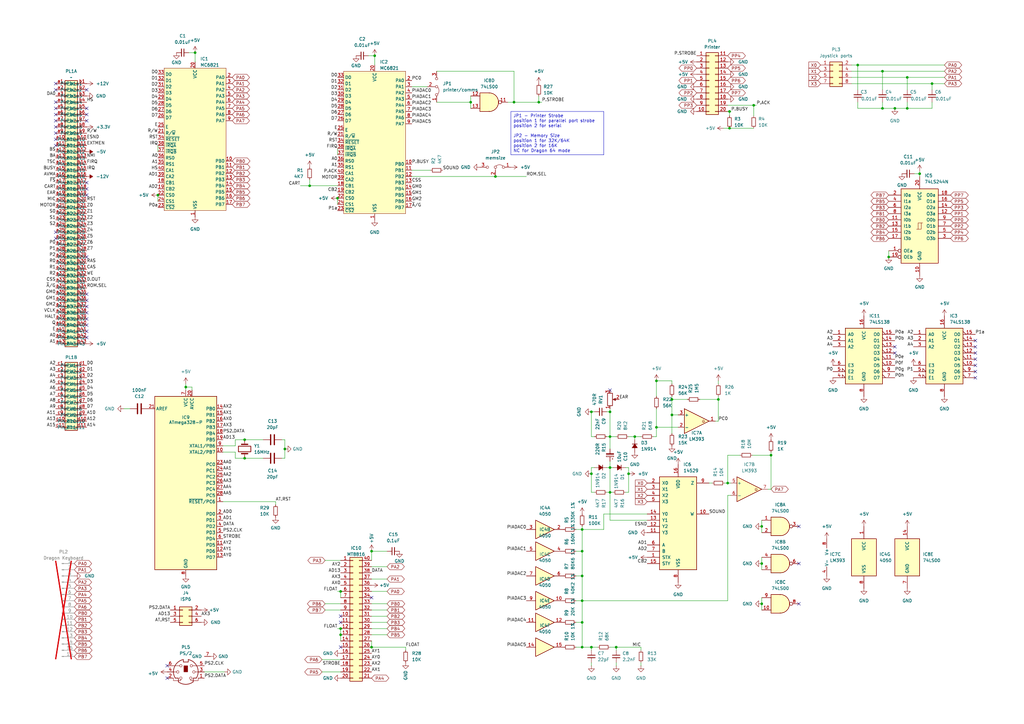
<source format=kicad_sch>
(kicad_sch (version 20250114) (generator "eeschema") (generator_version "9.0")
  (paper "A3")
  (title_block (date "2025-02-25"))
  (lib_symbols
    (symbol "4xxx:14529" (pin_names (offset 1.016))
      (property "Reference" "U" (at -7.62 19.05 0))
      (property "Value" "14529" (at -7.62 -21.59 0))
      (symbol "14529_1_0"
        (pin input line (at -12.7 15.24 0) (length 5.08) (name "X0") (number "2"))
        (pin input line (at -12.7 12.7 0) (length 5.08) (name "X1") (number "3"))
        (pin input line (at -12.7 10.16 0) (length 5.08) (name "X2") (number "4"))
        (pin input line (at -12.7 7.62 0) (length 5.08) (name "X3") (number "5"))
        (pin input line (at -12.7 2.54 0) (length 5.08) (name "Y0") (number "14"))
        (pin input line (at -12.7 0 0) (length 5.08) (name "Y1") (number "13"))
        (pin input line (at -12.7 -2.54 0) (length 5.08) (name "Y2") (number "12"))
        (pin input line (at -12.7 -5.08 0) (length 5.08) (name "Y3") (number "11"))
        (pin input line (at -12.7 -10.16 0) (length 5.08) (name "A") (number "6"))
        (pin input line (at -12.7 -12.7 0) (length 5.08) (name "B") (number "7"))
        (pin input line (at -12.7 -15.24 0) (length 5.08) (name "STX") (number "1"))
        (pin input line (at -12.7 -17.78 0) (length 5.08) (name "STY") (number "15"))
        (pin power_in line (at 0 22.86 270) (length 5.08) (name "VDD") (number "16"))
        (pin power_in line (at 0 -25.4 90) (length 5.08) (name "VSS") (number "8"))
        (pin tri_state line (at 12.7 15.24 180) (length 5.08) (name "Z") (number "9"))
        (pin tri_state line (at 12.7 2.54 180) (length 5.08) (name "W") (number "10"))
      )
    )
    (symbol "4xxx:4050" (pin_names (offset 1.016))
      (property "Reference" "U" (at 0 1.27 0))
      (property "Value" "4050" (at 0 -1.27 0))
      (symbol "4050_1_0"
        (pin input line (at -7.62 0 0) (length 3.81) (name "~") (number "3"))
        (pin output line (at 7.62 0 180) (length 3.81) (name "~") (number "2"))
      )
      (symbol "4050_2_0"
        (pin input line (at -7.62 0 0) (length 3.81) (name "~") (number "5"))
        (pin output line (at 7.62 0 180) (length 3.81) (name "~") (number "4"))
      )
      (symbol "4050_3_0"
        (pin input line (at -7.62 0 0) (length 3.81) (name "~") (number "7"))
        (pin output line (at 7.62 0 180) (length 3.81) (name "~") (number "6"))
      )
      (symbol "4050_4_0"
        (pin input line (at -7.62 0 0) (length 3.81) (name "~") (number "9"))
        (pin output line (at 7.62 0 180) (length 3.81) (name "~") (number "10"))
      )
      (symbol "4050_5_0"
        (pin input line (at -7.62 0 0) (length 3.81) (name "~") (number "11"))
        (pin output line (at 7.62 0 180) (length 3.81) (name "~") (number "12"))
      )
      (symbol "4050_6_0"
        (pin input line (at -7.62 0 0) (length 3.81) (name "~") (number "14"))
        (pin output line (at 7.62 0 180) (length 3.81) (name "~") (number "15"))
      )
      (symbol "4050_7_0"
        (pin power_in line (at 0 12.7 270) (length 5.08) (name "VCC") (number "1"))
        (pin power_in line (at 0 -12.7 90) (length 5.08) (name "VSS") (number "8"))
      )
    )
    (symbol "74xx:74LS00" (pin_names (offset 1.016))
      (property "Reference" "U" (at 0 1.27 0))
      (property "Value" "74LS00" (at 0 -1.27 0))
      (symbol "74LS00_1_1"
        (pin input line (at -7.62 2.54 0) (length 3.81) (name "~") (number "1"))
        (pin input line (at -7.62 -2.54 0) (length 3.81) (name "~") (number "2"))
        (pin output inverted (at 7.62 0 180) (length 3.81) (name "~") (number "3"))
      )
      (symbol "74LS00_1_2"
        (pin input inverted (at -7.62 2.54 0) (length 4.318) (name "~") (number "1"))
        (pin input inverted (at -7.62 -2.54 0) (length 4.318) (name "~") (number "2"))
        (pin output line (at 7.62 0 180) (length 3.81) (name "~") (number "3"))
      )
      (symbol "74LS00_2_1"
        (pin input line (at -7.62 2.54 0) (length 3.81) (name "~") (number "4"))
        (pin input line (at -7.62 -2.54 0) (length 3.81) (name "~") (number "5"))
        (pin output inverted (at 7.62 0 180) (length 3.81) (name "~") (number "6"))
      )
      (symbol "74LS00_2_2"
        (pin input inverted (at -7.62 2.54 0) (length 4.318) (name "~") (number "4"))
        (pin input inverted (at -7.62 -2.54 0) (length 4.318) (name "~") (number "5"))
        (pin output line (at 7.62 0 180) (length 3.81) (name "~") (number "6"))
      )
      (symbol "74LS00_3_1"
        (pin input line (at -7.62 2.54 0) (length 3.81) (name "~") (number "9"))
        (pin input line (at -7.62 -2.54 0) (length 3.81) (name "~") (number "10"))
        (pin output inverted (at 7.62 0 180) (length 3.81) (name "~") (number "8"))
      )
      (symbol "74LS00_3_2"
        (pin input inverted (at -7.62 2.54 0) (length 4.318) (name "~") (number "9"))
        (pin input inverted (at -7.62 -2.54 0) (length 4.318) (name "~") (number "10"))
        (pin output line (at 7.62 0 180) (length 3.81) (name "~") (number "8"))
      )
      (symbol "74LS00_4_1"
        (pin input line (at -7.62 2.54 0) (length 3.81) (name "~") (number "12"))
        (pin input line (at -7.62 -2.54 0) (length 3.81) (name "~") (number "13"))
        (pin output inverted (at 7.62 0 180) (length 3.81) (name "~") (number "11"))
      )
      (symbol "74LS00_4_2"
        (pin input inverted (at -7.62 2.54 0) (length 4.318) (name "~") (number "12"))
        (pin input inverted (at -7.62 -2.54 0) (length 4.318) (name "~") (number "13"))
        (pin output line (at 7.62 0 180) (length 3.81) (name "~") (number "11"))
      )
      (symbol "74LS00_5_0"
        (pin power_in line (at 0 12.7 270) (length 5.08) (name "VCC") (number "14"))
        (pin power_in line (at 0 -12.7 90) (length 5.08) (name "GND") (number "7"))
      )
    )
    (symbol "74xx:74LS138" (pin_names (offset 1.016))
      (property "Reference" "U" (at -7.62 11.43 0))
      (property "Value" "74LS138" (at -7.62 -13.97 0))
      (symbol "74LS138_1_0"
        (pin input line (at -12.7 7.62 0) (length 5.08) (name "A0") (number "1"))
        (pin input line (at -12.7 5.08 0) (length 5.08) (name "A1") (number "2"))
        (pin input line (at -12.7 2.54 0) (length 5.08) (name "A2") (number "3"))
        (pin input line (at -12.7 -5.08 0) (length 5.08) (name "E3") (number "6"))
        (pin input input_low (at -12.7 -7.62 0) (length 5.08) (name "E2") (number "5"))
        (pin input input_low (at -12.7 -10.16 0) (length 5.08) (name "E1") (number "4"))
        (pin power_in line (at 0 15.24 270) (length 5.08) (name "VCC") (number "16"))
        (pin power_in line (at 0 -17.78 90) (length 5.08) (name "GND") (number "8"))
        (pin output output_low (at 12.7 7.62 180) (length 5.08) (name "O0") (number "15"))
        (pin output output_low (at 12.7 5.08 180) (length 5.08) (name "O1") (number "14"))
        (pin output output_low (at 12.7 2.54 180) (length 5.08) (name "O2") (number "13"))
        (pin output output_low (at 12.7 0 180) (length 5.08) (name "O3") (number "12"))
        (pin output output_low (at 12.7 -2.54 180) (length 5.08) (name "O4") (number "11"))
        (pin output output_low (at 12.7 -5.08 180) (length 5.08) (name "O5") (number "10"))
        (pin output output_low (at 12.7 -7.62 180) (length 5.08) (name "O6") (number "9"))
        (pin output output_low (at 12.7 -10.16 180) (length 5.08) (name "O7") (number "7"))
      )
    )
    (symbol "74xx:74LS244" (pin_names (offset 1.016))
      (property "Reference" "U" (at -7.62 16.51 0))
      (property "Value" "74LS244" (at -7.62 -16.51 0))
      (symbol "74LS244_1_0"
        (pin input line (at -12.7 12.7 0) (length 5.08) (name "I0a") (number "2"))
        (pin input line (at -12.7 10.16 0) (length 5.08) (name "I1a") (number "4"))
        (pin input line (at -12.7 7.62 0) (length 5.08) (name "I2a") (number "6"))
        (pin input line (at -12.7 5.08 0) (length 5.08) (name "I3a") (number "8"))
        (pin input line (at -12.7 2.54 0) (length 5.08) (name "I0b") (number "11"))
        (pin input line (at -12.7 0 0) (length 5.08) (name "I1b") (number "13"))
        (pin input line (at -12.7 -2.54 0) (length 5.08) (name "I2b") (number "15"))
        (pin input line (at -12.7 -5.08 0) (length 5.08) (name "I3b") (number "17"))
        (pin input inverted (at -12.7 -10.16 0) (length 5.08) (name "OEa") (number "1"))
        (pin input inverted (at -12.7 -12.7 0) (length 5.08) (name "OEb") (number "19"))
        (pin power_in line (at 0 20.32 270) (length 5.08) (name "VCC") (number "20"))
        (pin power_in line (at 0 -20.32 90) (length 5.08) (name "GND") (number "10"))
        (pin tri_state line (at 12.7 12.7 180) (length 5.08) (name "O0a") (number "18"))
        (pin tri_state line (at 12.7 10.16 180) (length 5.08) (name "O1a") (number "16"))
        (pin tri_state line (at 12.7 7.62 180) (length 5.08) (name "O2a") (number "14"))
        (pin tri_state line (at 12.7 5.08 180) (length 5.08) (name "O3a") (number "12"))
        (pin tri_state line (at 12.7 2.54 180) (length 5.08) (name "O0b") (number "9"))
        (pin tri_state line (at 12.7 0 180) (length 5.08) (name "O1b") (number "7"))
        (pin tri_state line (at 12.7 -2.54 180) (length 5.08) (name "O2b") (number "5"))
        (pin tri_state line (at 12.7 -5.08 180) (length 5.08) (name "O3b") (number "3"))
      )
    )
    (symbol "Card_Edge_1"
      (symbol "Card_Edge_1_1_1"
        (pin passive line (at -6.35 53.34 0) (length 3.81) (name "Pin_a1") (number "a1"))
        (pin passive line (at -6.35 50.8 0) (length 3.81) (name "Pin_a2") (number "a2"))
        (pin passive line (at -6.35 48.26 0) (length 3.81) (name "Pin_a3") (number "a3"))
        (pin passive line (at -6.35 45.72 0) (length 3.81) (name "Pin_a4") (number "a4"))
        (pin passive line (at -6.35 43.18 0) (length 3.81) (name "Pin_a5") (number "a5"))
        (pin passive line (at -6.35 40.64 0) (length 3.81) (name "Pin_a6") (number "a6"))
        (pin passive line (at -6.35 38.1 0) (length 3.81) (name "Pin_a7") (number "a7"))
        (pin passive line (at -6.35 35.56 0) (length 3.81) (name "Pin_a8") (number "a8"))
        (pin passive line (at -6.35 33.02 0) (length 3.81) (name "Pin_a9") (number "a9"))
        (pin passive line (at -6.35 30.48 0) (length 3.81) (name "Pin_a10") (number "a10"))
        (pin passive line (at -6.35 27.94 0) (length 3.81) (name "Pin_a11") (number "a11"))
        (pin passive line (at -6.35 25.4 0) (length 3.81) (name "Pin_a12") (number "a12"))
        (pin passive line (at -6.35 22.86 0) (length 3.81) (name "Pin_a13") (number "a13"))
        (pin passive line (at -6.35 20.32 0) (length 3.81) (name "Pin_a14") (number "a14"))
        (pin passive line (at -6.35 17.78 0) (length 3.81) (name "Pin_a15") (number "a15"))
        (pin passive line (at -6.35 15.24 0) (length 3.81) (name "Pin_a16") (number "a16"))
        (pin passive line (at -6.35 12.7 0) (length 3.81) (name "Pin_a17") (number "a17"))
        (pin passive line (at -6.35 10.16 0) (length 3.81) (name "Pin_a18") (number "a18"))
        (pin passive line (at -6.35 7.62 0) (length 3.81) (name "Pin_a19") (number "a19"))
        (pin passive line (at -6.35 5.08 0) (length 3.81) (name "Pin_a20") (number "a20"))
        (pin passive line (at -6.35 2.54 0) (length 3.81) (name "Pin_a21") (number "a21"))
        (pin passive line (at -6.35 0 0) (length 3.81) (name "Pin_a22") (number "a22"))
        (pin passive line (at -6.35 -2.54 0) (length 3.81) (name "Pin_a23") (number "a23"))
        (pin passive line (at -6.35 -5.08 0) (length 3.81) (name "Pin_a24") (number "a24"))
        (pin passive line (at -6.35 -7.62 0) (length 3.81) (name "Pin_a25") (number "a25"))
        (pin passive line (at -6.35 -10.16 0) (length 3.81) (name "Pin_a26") (number "a26"))
        (pin passive line (at -6.35 -12.7 0) (length 3.81) (name "Pin_a27") (number "a27"))
        (pin passive line (at -6.35 -15.24 0) (length 3.81) (name "Pin_a28") (number "a28"))
        (pin passive line (at -6.35 -17.78 0) (length 3.81) (name "Pin_a29") (number "a29"))
        (pin passive line (at -6.35 -20.32 0) (length 3.81) (name "Pin_a30") (number "a30"))
        (pin passive line (at -6.35 -22.86 0) (length 3.81) (name "Pin_a31") (number "a31"))
        (pin passive line (at -6.35 -25.4 0) (length 3.81) (name "Pin_a32") (number "a32"))
        (pin passive line (at -6.35 -27.94 0) (length 3.81) (name "Pin_a33") (number "a33"))
        (pin passive line (at -6.35 -30.48 0) (length 3.81) (name "Pin_a34") (number "a34"))
        (pin passive line (at -6.35 -33.02 0) (length 3.81) (name "Pin_a35") (number "a35"))
        (pin passive line (at -6.35 -35.56 0) (length 3.81) (name "Pin_a36") (number "a36"))
        (pin passive line (at -6.35 -38.1 0) (length 3.81) (name "Pin_a37") (number "a37"))
        (pin passive line (at -6.35 -40.64 0) (length 3.81) (name "Pin_a38") (number "a38"))
        (pin passive line (at -6.35 -43.18 0) (length 3.81) (name "Pin_a39") (number "a39"))
        (pin passive line (at -6.35 -45.72 0) (length 3.81) (name "Pin_a40") (number "a40"))
        (pin passive line (at -6.35 -48.26 0) (length 3.81) (name "Pin_a41") (number "a41"))
        (pin passive line (at -6.35 -50.8 0) (length 3.81) (name "Pin_a42") (number "a42"))
        (pin passive line (at -6.35 -53.34 0) (length 3.81) (name "Pin_a43") (number "a43"))
        (pin passive line (at 6.35 53.34 180) (length 3.81) (name "Pin_b1") (number "b1"))
        (pin passive line (at 6.35 50.8 180) (length 3.81) (name "Pin_b2") (number "b2"))
        (pin passive line (at 6.35 48.26 180) (length 3.81) (name "Pin_b3") (number "b3"))
        (pin passive line (at 6.35 45.72 180) (length 3.81) (name "Pin_b4") (number "b4"))
        (pin passive line (at 6.35 43.18 180) (length 3.81) (name "Pin_b5") (number "b5"))
        (pin passive line (at 6.35 40.64 180) (length 3.81) (name "Pin_b6") (number "b6"))
        (pin passive line (at 6.35 38.1 180) (length 3.81) (name "Pin_b7") (number "b7"))
        (pin passive line (at 6.35 35.56 180) (length 3.81) (name "Pin_b8") (number "b8"))
        (pin passive line (at 6.35 33.02 180) (length 3.81) (name "Pin_b9") (number "b9"))
        (pin passive line (at 6.35 30.48 180) (length 3.81) (name "Pin_b10") (number "b10"))
        (pin passive line (at 6.35 27.94 180) (length 3.81) (name "Pin_b11") (number "b11"))
        (pin passive line (at 6.35 25.4 180) (length 3.81) (name "Pin_b12") (number "b12"))
        (pin passive line (at 6.35 22.86 180) (length 3.81) (name "Pin_b13") (number "b13"))
        (pin passive line (at 6.35 20.32 180) (length 3.81) (name "Pin_b14") (number "b14"))
        (pin passive line (at 6.35 17.78 180) (length 3.81) (name "Pin_b15") (number "b15"))
        (pin passive line (at 6.35 15.24 180) (length 3.81) (name "Pin_b16") (number "b16"))
        (pin passive line (at 6.35 12.7 180) (length 3.81) (name "Pin_b17") (number "b17"))
        (pin passive line (at 6.35 10.16 180) (length 3.81) (name "Pin_b18") (number "b18"))
        (pin passive line (at 6.35 7.62 180) (length 3.81) (name "Pin_b19") (number "b19"))
        (pin passive line (at 6.35 5.08 180) (length 3.81) (name "Pin_b20") (number "b20"))
        (pin passive line (at 6.35 2.54 180) (length 3.81) (name "Pin_b21") (number "b21"))
        (pin passive line (at 6.35 0 180) (length 3.81) (name "Pin_b22") (number "b22"))
        (pin passive line (at 6.35 -2.54 180) (length 3.81) (name "Pin_b23") (number "b23"))
        (pin passive line (at 6.35 -5.08 180) (length 3.81) (name "Pin_b24") (number "b24"))
        (pin passive line (at 6.35 -7.62 180) (length 3.81) (name "Pin_b25") (number "b25"))
        (pin passive line (at 6.35 -10.16 180) (length 3.81) (name "Pin_b26") (number "b26"))
        (pin passive line (at 6.35 -12.7 180) (length 3.81) (name "Pin_b27") (number "b27"))
        (pin passive line (at 6.35 -15.24 180) (length 3.81) (name "Pin_b28") (number "b28"))
        (pin passive line (at 6.35 -17.78 180) (length 3.81) (name "Pin_b29") (number "b29"))
        (pin passive line (at 6.35 -20.32 180) (length 3.81) (name "Pin_b30") (number "b30"))
        (pin passive line (at 6.35 -22.86 180) (length 3.81) (name "Pin_b31") (number "b31"))
        (pin passive line (at 6.35 -25.4 180) (length 3.81) (name "Pin_b32") (number "b32"))
        (pin passive line (at 6.35 -27.94 180) (length 3.81) (name "Pin_b33") (number "b33"))
        (pin passive line (at 6.35 -30.48 180) (length 3.81) (name "Pin_b34") (number "b34"))
        (pin passive line (at 6.35 -33.02 180) (length 3.81) (name "Pin_b35") (number "b35"))
        (pin passive line (at 6.35 -35.56 180) (length 3.81) (name "Pin_b36") (number "b36"))
        (pin passive line (at 6.35 -38.1 180) (length 3.81) (name "Pin_b37") (number "b37"))
        (pin passive line (at 6.35 -40.64 180) (length 3.81) (name "Pin_b38") (number "b38"))
        (pin passive line (at 6.35 -43.18 180) (length 3.81) (name "Pin_b39") (number "b39"))
        (pin passive line (at 6.35 -45.72 180) (length 3.81) (name "Pin_b40") (number "b40"))
        (pin passive line (at 6.35 -48.26 180) (length 3.81) (name "Pin_b41") (number "b41"))
        (pin passive line (at 6.35 -50.8 180) (length 3.81) (name "Pin_b42") (number "b42"))
        (pin passive line (at 6.35 -53.34 180) (length 3.81) (name "Pin_b43") (number "b43"))
      )
      (symbol "Card_Edge_1_2_1"
        (pin passive line (at -6.35 12.7 0) (length 3.81) (name "Pin_c1") (number "c1"))
        (pin passive line (at -6.35 10.16 0) (length 3.81) (name "Pin_c2") (number "c2"))
        (pin passive line (at -6.35 7.62 0) (length 3.81) (name "Pin_c3") (number "c3"))
        (pin passive line (at -6.35 5.08 0) (length 3.81) (name "Pin_c4") (number "c4"))
        (pin passive line (at -6.35 2.54 0) (length 3.81) (name "Pin_c5") (number "c5"))
        (pin passive line (at -6.35 0 0) (length 3.81) (name "Pin_c6") (number "c6"))
        (pin passive line (at -6.35 -2.54 0) (length 3.81) (name "Pin_c7") (number "c7"))
        (pin passive line (at -6.35 -5.08 0) (length 3.81) (name "Pin_c8") (number "c8"))
        (pin passive line (at -6.35 -7.62 0) (length 3.81) (name "Pin_c9") (number "c9"))
        (pin passive line (at -6.35 -10.16 0) (length 3.81) (name "Pin_c10") (number "c10"))
        (pin passive line (at -6.35 -12.7 0) (length 3.81) (name "Pin_c11") (number "c11"))
        (pin passive line (at 6.35 12.7 180) (length 3.81) (name "Pin_d1") (number "d1"))
        (pin passive line (at 6.35 10.16 180) (length 3.81) (name "Pin_d2") (number "d2"))
        (pin passive line (at 6.35 7.62 180) (length 3.81) (name "Pin_d3") (number "d3"))
        (pin passive line (at 6.35 5.08 180) (length 3.81) (name "Pin_d4") (number "d4"))
        (pin passive line (at 6.35 2.54 180) (length 3.81) (name "Pin_d5") (number "d5"))
        (pin passive line (at 6.35 0 180) (length 3.81) (name "Pin_d6") (number "d6"))
        (pin passive line (at 6.35 -2.54 180) (length 3.81) (name "Pin_d7") (number "d7"))
        (pin passive line (at 6.35 -5.08 180) (length 3.81) (name "Pin_d8") (number "d8"))
        (pin passive line (at 6.35 -7.62 180) (length 3.81) (name "Pin_d9") (number "d9"))
        (pin passive line (at 6.35 -10.16 180) (length 3.81) (name "Pin_d10") (number "d10"))
        (pin passive line (at 6.35 -12.7 180) (length 3.81) (name "Pin_d11") (number "d11"))
      )
    )
    (symbol "Comparator:LM393" (pin_names (offset 0.127))
      (property "Reference" "U" (at 3.81 3.81 0))
      (property "Value" "LM393" (at 6.35 -3.81 0))
      (symbol "LM393_1_1"
        (pin input line (at -7.62 2.54 0) (length 2.54) (name "+") (number "3"))
        (pin input line (at -7.62 -2.54 0) (length 2.54) (name "-") (number "2"))
        (pin open_collector line (at 7.62 0 180) (length 2.54) (name "~") (number "1"))
      )
      (symbol "LM393_2_1"
        (pin input line (at -7.62 2.54 0) (length 2.54) (name "+") (number "5"))
        (pin input line (at -7.62 -2.54 0) (length 2.54) (name "-") (number "6"))
        (pin open_collector line (at 7.62 0 180) (length 2.54) (name "~") (number "7"))
      )
      (symbol "LM393_3_1"
        (pin power_in line (at -2.54 7.62 270) (length 3.81) (name "V+") (number "8"))
        (pin power_in line (at -2.54 -7.62 90) (length 3.81) (name "V-") (number "4"))
      )
    )
    (symbol "Connector:Conn_01x16_Male" (pin_names (offset 1.016) (hide yes))
      (property "Reference" "J" (at 0 20.32 0))
      (property "Value" "Conn_01x16_Male" (at 0 -22.86 0))
      (symbol "Conn_01x16_Male_1_1"
        (pin passive line (at 5.08 17.78 180) (length 3.81) (name "Pin_1") (number "1"))
        (pin passive line (at 5.08 15.24 180) (length 3.81) (name "Pin_2") (number "2"))
        (pin passive line (at 5.08 12.7 180) (length 3.81) (name "Pin_3") (number "3"))
        (pin passive line (at 5.08 10.16 180) (length 3.81) (name "Pin_4") (number "4"))
        (pin passive line (at 5.08 7.62 180) (length 3.81) (name "Pin_5") (number "5"))
        (pin passive line (at 5.08 5.08 180) (length 3.81) (name "Pin_6") (number "6"))
        (pin passive line (at 5.08 2.54 180) (length 3.81) (name "Pin_7") (number "7"))
        (pin passive line (at 5.08 0 180) (length 3.81) (name "Pin_8") (number "8"))
        (pin passive line (at 5.08 -2.54 180) (length 3.81) (name "Pin_9") (number "9"))
        (pin passive line (at 5.08 -5.08 180) (length 3.81) (name "Pin_10") (number "10"))
        (pin passive line (at 5.08 -7.62 180) (length 3.81) (name "Pin_11") (number "11"))
        (pin passive line (at 5.08 -10.16 180) (length 3.81) (name "Pin_12") (number "12"))
        (pin passive line (at 5.08 -12.7 180) (length 3.81) (name "Pin_13") (number "13"))
        (pin passive line (at 5.08 -15.24 180) (length 3.81) (name "Pin_14") (number "14"))
        (pin passive line (at 5.08 -17.78 180) (length 3.81) (name "Pin_15") (number "15"))
        (pin passive line (at 5.08 -20.32 180) (length 3.81) (name "Pin_16") (number "16"))
      )
    )
    (symbol "Connector_Generic:Conn_02x03_Odd_Even" (pin_names (offset 1.016) (hide yes))
      (property "Reference" "J" (at 1.27 5.08 0))
      (property "Value" "Conn_02x03_Odd_Even" (at 1.27 -5.08 0))
      (symbol "Conn_02x03_Odd_Even_1_1"
        (pin passive line (at -5.08 2.54 0) (length 3.81) (name "Pin_1") (number "1"))
        (pin passive line (at -5.08 0 0) (length 3.81) (name "Pin_3") (number "3"))
        (pin passive line (at -5.08 -2.54 0) (length 3.81) (name "Pin_5") (number "5"))
        (pin passive line (at 7.62 2.54 180) (length 3.81) (name "Pin_2") (number "2"))
        (pin passive line (at 7.62 0 180) (length 3.81) (name "Pin_4") (number "4"))
        (pin passive line (at 7.62 -2.54 180) (length 3.81) (name "Pin_6") (number "6"))
      )
    )
    (symbol "Connector_Generic:Conn_02x04_Odd_Even" (pin_names (offset 1.016) (hide yes))
      (property "Reference" "J" (at 1.27 5.08 0))
      (property "Value" "Conn_02x04_Odd_Even" (at 1.27 -7.62 0))
      (symbol "Conn_02x04_Odd_Even_1_1"
        (pin passive line (at -5.08 2.54 0) (length 3.81) (name "Pin_1") (number "1"))
        (pin passive line (at -5.08 0 0) (length 3.81) (name "Pin_3") (number "3"))
        (pin passive line (at -5.08 -2.54 0) (length 3.81) (name "Pin_5") (number "5"))
        (pin passive line (at -5.08 -5.08 0) (length 3.81) (name "Pin_7") (number "7"))
        (pin passive line (at 7.62 2.54 180) (length 3.81) (name "Pin_2") (number "2"))
        (pin passive line (at 7.62 0 180) (length 3.81) (name "Pin_4") (number "4"))
        (pin passive line (at 7.62 -2.54 180) (length 3.81) (name "Pin_6") (number "6"))
        (pin passive line (at 7.62 -5.08 180) (length 3.81) (name "Pin_8") (number "8"))
      )
    )
    (symbol "Connector_Generic:Conn_02x10_Top_Bottom" (pin_names (offset 1.016) (hide yes))
      (property "Reference" "J" (at 1.27 12.7 0))
      (property "Value" "Conn_02x10_Top_Bottom" (at 1.27 -15.24 0))
      (symbol "Conn_02x10_Top_Bottom_1_1"
        (pin passive line (at -5.08 10.16 0) (length 3.81) (name "Pin_1") (number "1"))
        (pin passive line (at -5.08 7.62 0) (length 3.81) (name "Pin_2") (number "2"))
        (pin passive line (at -5.08 5.08 0) (length 3.81) (name "Pin_3") (number "3"))
        (pin passive line (at -5.08 2.54 0) (length 3.81) (name "Pin_4") (number "4"))
        (pin passive line (at -5.08 0 0) (length 3.81) (name "Pin_5") (number "5"))
        (pin passive line (at -5.08 -2.54 0) (length 3.81) (name "Pin_6") (number "6"))
        (pin passive line (at -5.08 -5.08 0) (length 3.81) (name "Pin_7") (number "7"))
        (pin passive line (at -5.08 -7.62 0) (length 3.81) (name "Pin_8") (number "8"))
        (pin passive line (at -5.08 -10.16 0) (length 3.81) (name "Pin_9") (number "9"))
        (pin passive line (at -5.08 -12.7 0) (length 3.81) (name "Pin_10") (number "10"))
        (pin passive line (at 7.62 10.16 180) (length 3.81) (name "Pin_11") (number "11"))
        (pin passive line (at 7.62 7.62 180) (length 3.81) (name "Pin_12") (number "12"))
        (pin passive line (at 7.62 5.08 180) (length 3.81) (name "Pin_13") (number "13"))
        (pin passive line (at 7.62 2.54 180) (length 3.81) (name "Pin_14") (number "14"))
        (pin passive line (at 7.62 0 180) (length 3.81) (name "Pin_15") (number "15"))
        (pin passive line (at 7.62 -2.54 180) (length 3.81) (name "Pin_16") (number "16"))
        (pin passive line (at 7.62 -5.08 180) (length 3.81) (name "Pin_17") (number "17"))
        (pin passive line (at 7.62 -7.62 180) (length 3.81) (name "Pin_18") (number "18"))
        (pin passive line (at 7.62 -10.16 180) (length 3.81) (name "Pin_19") (number "19"))
        (pin passive line (at 7.62 -12.7 180) (length 3.81) (name "Pin_20") (number "20"))
      )
    )
    (symbol "Connector_Generic:Conn_02x20_Counter_Clockwise" (pin_names (offset 1.016) (hide yes))
      (property "Reference" "J" (at 1.27 25.4 0))
      (property "Value" "Conn_02x20_Counter_Clockwise" (at 1.27 -27.94 0))
      (symbol "Conn_02x20_Counter_Clockwise_1_1"
        (pin passive line (at -5.08 22.86 0) (length 3.81) (name "Pin_1") (number "1"))
        (pin passive line (at -5.08 20.32 0) (length 3.81) (name "Pin_2") (number "2"))
        (pin passive line (at -5.08 17.78 0) (length 3.81) (name "Pin_3") (number "3"))
        (pin passive line (at -5.08 15.24 0) (length 3.81) (name "Pin_4") (number "4"))
        (pin passive line (at -5.08 12.7 0) (length 3.81) (name "Pin_5") (number "5"))
        (pin passive line (at -5.08 10.16 0) (length 3.81) (name "Pin_6") (number "6"))
        (pin passive line (at -5.08 7.62 0) (length 3.81) (name "Pin_7") (number "7"))
        (pin passive line (at -5.08 5.08 0) (length 3.81) (name "Pin_8") (number "8"))
        (pin passive line (at -5.08 2.54 0) (length 3.81) (name "Pin_9") (number "9"))
        (pin passive line (at -5.08 0 0) (length 3.81) (name "Pin_10") (number "10"))
        (pin passive line (at -5.08 -2.54 0) (length 3.81) (name "Pin_11") (number "11"))
        (pin passive line (at -5.08 -5.08 0) (length 3.81) (name "Pin_12") (number "12"))
        (pin passive line (at -5.08 -7.62 0) (length 3.81) (name "Pin_13") (number "13"))
        (pin passive line (at -5.08 -10.16 0) (length 3.81) (name "Pin_14") (number "14"))
        (pin passive line (at -5.08 -12.7 0) (length 3.81) (name "Pin_15") (number "15"))
        (pin passive line (at -5.08 -15.24 0) (length 3.81) (name "Pin_16") (number "16"))
        (pin passive line (at -5.08 -17.78 0) (length 3.81) (name "Pin_17") (number "17"))
        (pin passive line (at -5.08 -20.32 0) (length 3.81) (name "Pin_18") (number "18"))
        (pin passive line (at -5.08 -22.86 0) (length 3.81) (name "Pin_19") (number "19"))
        (pin passive line (at -5.08 -25.4 0) (length 3.81) (name "Pin_20") (number "20"))
        (pin passive line (at 7.62 22.86 180) (length 3.81) (name "Pin_40") (number "40"))
        (pin passive line (at 7.62 20.32 180) (length 3.81) (name "Pin_39") (number "39"))
        (pin passive line (at 7.62 17.78 180) (length 3.81) (name "Pin_38") (number "38"))
        (pin passive line (at 7.62 15.24 180) (length 3.81) (name "Pin_37") (number "37"))
        (pin passive line (at 7.62 12.7 180) (length 3.81) (name "Pin_36") (number "36"))
        (pin passive line (at 7.62 10.16 180) (length 3.81) (name "Pin_35") (number "35"))
        (pin passive line (at 7.62 7.62 180) (length 3.81) (name "Pin_34") (number "34"))
        (pin passive line (at 7.62 5.08 180) (length 3.81) (name "Pin_33") (number "33"))
        (pin passive line (at 7.62 2.54 180) (length 3.81) (name "Pin_32") (number "32"))
        (pin passive line (at 7.62 0 180) (length 3.81) (name "Pin_31") (number "31"))
        (pin passive line (at 7.62 -2.54 180) (length 3.81) (name "Pin_30") (number "30"))
        (pin passive line (at 7.62 -5.08 180) (length 3.81) (name "Pin_29") (number "29"))
        (pin passive line (at 7.62 -7.62 180) (length 3.81) (name "Pin_28") (number "28"))
        (pin passive line (at 7.62 -10.16 180) (length 3.81) (name "Pin_27") (number "27"))
        (pin passive line (at 7.62 -12.7 180) (length 3.81) (name "Pin_26") (number "26"))
        (pin passive line (at 7.62 -15.24 180) (length 3.81) (name "Pin_25") (number "25"))
        (pin passive line (at 7.62 -17.78 180) (length 3.81) (name "Pin_24") (number "24"))
        (pin passive line (at 7.62 -20.32 180) (length 3.81) (name "Pin_23") (number "23"))
        (pin passive line (at 7.62 -22.86 180) (length 3.81) (name "Pin_22") (number "22"))
        (pin passive line (at 7.62 -25.4 180) (length 3.81) (name "Pin_21") (number "21"))
      )
    )
    (symbol "Device:C" (pin_numbers (hide yes)) (pin_names (offset 0.254))
      (property "Reference" "C" (at 0.635 2.54 0))
      (property "Value" "C" (at 0.635 -2.54 0))
      (symbol "C_1_1"
        (pin passive line (at 0 3.81 270) (length 2.794) (name "~") (number "1"))
        (pin passive line (at 0 -3.81 90) (length 2.794) (name "~") (number "2"))
      )
    )
    (symbol "Device:C_Polarized_Small" (pin_numbers (hide yes)) (pin_names (offset 0.254) (hide yes))
      (property "Reference" "C" (at 0.254 1.778 0))
      (property "Value" "C_Polarized_Small" (at 0.254 -2.032 0))
      (symbol "C_Polarized_Small_1_1"
        (pin passive line (at 0 2.54 270) (length 1.8542) (name "~") (number "1"))
        (pin passive line (at 0 -2.54 90) (length 1.8542) (name "~") (number "2"))
      )
    )
    (symbol "Device:C_Small" (pin_numbers (hide yes)) (pin_names (offset 0.254) (hide yes))
      (property "Reference" "C" (at 0.254 1.778 0))
      (property "Value" "C_Small" (at 0.254 -2.032 0))
      (symbol "C_Small_1_1"
        (pin passive line (at 0 2.54 270) (length 2.032) (name "~") (number "1"))
        (pin passive line (at 0 -2.54 90) (length 2.032) (name "~") (number "2"))
      )
    )
    (symbol "Device:Crystal" (pin_numbers (hide yes)) (pin_names (offset 1.016) (hide yes))
      (property "Reference" "Y" (at 0 3.81 0))
      (property "Value" "Crystal" (at 0 -3.81 0))
      (symbol "Crystal_1_1"
        (pin passive line (at -3.81 0 0) (length 1.27) (name "1") (number "1"))
        (pin passive line (at 3.81 0 180) (length 1.27) (name "2") (number "2"))
      )
    )
    (symbol "Device:D_Small_Filled" (pin_numbers (hide yes)) (pin_names (offset 0.254) (hide yes))
      (property "Reference" "D" (at -1.27 2.032 0))
      (property "Value" "D_Small_Filled" (at -3.81 -2.032 0))
      (symbol "D_Small_Filled_1_1"
        (pin passive line (at -2.54 0 0) (length 1.778) (name "K") (number "1"))
        (pin passive line (at 2.54 0 180) (length 1.778) (name "A") (number "2"))
      )
    )
    (symbol "Device:R_Potentiometer" (pin_names (offset 1.016) (hide yes))
      (property "Reference" "RV" (at -4.445 0 90))
      (property "Value" "R_Potentiometer" (at -2.54 0 90))
      (symbol "R_Potentiometer_1_1"
        (pin passive line (at 0 3.81 270) (length 1.27) (name "1") (number "1"))
        (pin passive line (at 0 -3.81 90) (length 1.27) (name "3") (number "3"))
        (pin passive line (at 3.81 0 180) (length 1.27) (name "2") (number "2"))
      )
    )
    (symbol "Device:R_Small" (pin_numbers (hide yes)) (pin_names (offset 0.254) (hide yes))
      (property "Reference" "R" (at 0.762 0.508 0))
      (property "Value" "R_Small" (at 0.762 -1.016 0))
      (symbol "R_Small_1_1"
        (pin passive line (at 0 2.54 270) (length 0.762) (name "~") (number "1"))
        (pin passive line (at 0 -2.54 90) (length 0.762) (name "~") (number "2"))
      )
    )
    (symbol "Dragon32_PS2:Mini-DIN-6_GND" (pin_names (offset 1.016))
      (property "Reference" "J" (at 0 6.35 0))
      (property "Value" "Mini-DIN-6" (at 0 -6.35 0))
      (symbol "Mini-DIN-6_GND_1_1"
        (pin passive line (at -7.62 2.54 0) (length 2.54) (name "~") (number "6"))
        (pin passive line (at -7.62 0 0) (length 2.54) (name "~") (number "4"))
        (pin passive line (at -7.62 -2.54 0) (length 2.54) (name "~") (number "2"))
        (pin passive line (at 7.62 2.54 180) (length 2.54) (name "~") (number "5"))
        (pin passive line (at 7.62 0 180) (length 2.54) (name "~") (number "3"))
        (pin passive line (at 7.62 -2.54 180) (length 2.54) (name "~") (number "1"))
        (pin power_in line (at 10.16 6.35 180) (length 2.54) (name "GND") (number "7"))
      )
    )
    (symbol "GND_1" (power) (pin_numbers (hide yes)) (pin_names (offset 0) (hide yes))
      (property "Value" "GND" (at 0 -3.81 0))
      (symbol "GND_1_1_1"
        (pin power_in line (at 0 0 270) (length 0) (name "~") (number "1"))
      )
    )
    (symbol "Jumper:Jumper_3_Bridged12" (pin_names (offset 0) (hide yes))
      (property "Reference" "JP" (at -2.54 -2.54 0))
      (property "Value" "Jumper_3_Bridged12" (at 0 2.794 0))
      (symbol "Jumper_3_Bridged12_1_1"
        (pin passive line (at -6.35 0 0) (length 2.54) (name "A") (number "1"))
        (pin input line (at 0 -3.81 90) (length 2.54) (name "C") (number "2"))
        (pin passive line (at 6.35 0 180) (length 2.54) (name "B") (number "3"))
      )
    )
    (symbol "Library:Card_Edge"
      (symbol "Card_Edge_1_1"
        (pin passive line (at -6.35 53.34 0) (length 3.81) (name "Pin_a1") (number "a1"))
        (pin passive line (at -6.35 50.8 0) (length 3.81) (name "Pin_a2") (number "a2"))
        (pin passive line (at -6.35 48.26 0) (length 3.81) (name "Pin_a3") (number "a3"))
        (pin passive line (at -6.35 45.72 0) (length 3.81) (name "Pin_a4") (number "a4"))
        (pin passive line (at -6.35 43.18 0) (length 3.81) (name "Pin_a5") (number "a5"))
        (pin passive line (at -6.35 40.64 0) (length 3.81) (name "Pin_a6") (number "a6"))
        (pin passive line (at -6.35 38.1 0) (length 3.81) (name "Pin_a7") (number "a7"))
        (pin passive line (at -6.35 35.56 0) (length 3.81) (name "Pin_a8") (number "a8"))
        (pin passive line (at -6.35 33.02 0) (length 3.81) (name "Pin_a9") (number "a9"))
        (pin passive line (at -6.35 30.48 0) (length 3.81) (name "Pin_a10") (number "a10"))
        (pin passive line (at -6.35 27.94 0) (length 3.81) (name "Pin_a11") (number "a11"))
        (pin passive line (at -6.35 25.4 0) (length 3.81) (name "Pin_a12") (number "a12"))
        (pin passive line (at -6.35 22.86 0) (length 3.81) (name "Pin_a13") (number "a13"))
        (pin passive line (at -6.35 20.32 0) (length 3.81) (name "Pin_a14") (number "a14"))
        (pin passive line (at -6.35 17.78 0) (length 3.81) (name "Pin_a15") (number "a15"))
        (pin passive line (at -6.35 15.24 0) (length 3.81) (name "Pin_a16") (number "a16"))
        (pin passive line (at -6.35 12.7 0) (length 3.81) (name "Pin_a17") (number "a17"))
        (pin passive line (at -6.35 10.16 0) (length 3.81) (name "Pin_a18") (number "a18"))
        (pin passive line (at -6.35 7.62 0) (length 3.81) (name "Pin_a19") (number "a19"))
        (pin passive line (at -6.35 5.08 0) (length 3.81) (name "Pin_a20") (number "a20"))
        (pin passive line (at -6.35 2.54 0) (length 3.81) (name "Pin_a21") (number "a21"))
        (pin passive line (at -6.35 0 0) (length 3.81) (name "Pin_a22") (number "a22"))
        (pin passive line (at -6.35 -2.54 0) (length 3.81) (name "Pin_a23") (number "a23"))
        (pin passive line (at -6.35 -5.08 0) (length 3.81) (name "Pin_a24") (number "a24"))
        (pin passive line (at -6.35 -7.62 0) (length 3.81) (name "Pin_a25") (number "a25"))
        (pin passive line (at -6.35 -10.16 0) (length 3.81) (name "Pin_a26") (number "a26"))
        (pin passive line (at -6.35 -12.7 0) (length 3.81) (name "Pin_a27") (number "a27"))
        (pin passive line (at -6.35 -15.24 0) (length 3.81) (name "Pin_a28") (number "a28"))
        (pin passive line (at -6.35 -17.78 0) (length 3.81) (name "Pin_a29") (number "a29"))
        (pin passive line (at -6.35 -20.32 0) (length 3.81) (name "Pin_a30") (number "a30"))
        (pin passive line (at -6.35 -22.86 0) (length 3.81) (name "Pin_a31") (number "a31"))
        (pin passive line (at -6.35 -25.4 0) (length 3.81) (name "Pin_a32") (number "a32"))
        (pin passive line (at -6.35 -27.94 0) (length 3.81) (name "Pin_a33") (number "a33"))
        (pin passive line (at -6.35 -30.48 0) (length 3.81) (name "Pin_a34") (number "a34"))
        (pin passive line (at -6.35 -33.02 0) (length 3.81) (name "Pin_a35") (number "a35"))
        (pin passive line (at -6.35 -35.56 0) (length 3.81) (name "Pin_a36") (number "a36"))
        (pin passive line (at -6.35 -38.1 0) (length 3.81) (name "Pin_a37") (number "a37"))
        (pin passive line (at -6.35 -40.64 0) (length 3.81) (name "Pin_a38") (number "a38"))
        (pin passive line (at -6.35 -43.18 0) (length 3.81) (name "Pin_a39") (number "a39"))
        (pin passive line (at -6.35 -45.72 0) (length 3.81) (name "Pin_a40") (number "a40"))
        (pin passive line (at -6.35 -48.26 0) (length 3.81) (name "Pin_a41") (number "a41"))
        (pin passive line (at -6.35 -50.8 0) (length 3.81) (name "Pin_a42") (number "a42"))
        (pin passive line (at -6.35 -53.34 0) (length 3.81) (name "Pin_a43") (number "a43"))
        (pin passive line (at 6.35 53.34 180) (length 3.81) (name "Pin_b1") (number "b1"))
        (pin passive line (at 6.35 50.8 180) (length 3.81) (name "Pin_b2") (number "b2"))
        (pin passive line (at 6.35 48.26 180) (length 3.81) (name "Pin_b3") (number "b3"))
        (pin passive line (at 6.35 45.72 180) (length 3.81) (name "Pin_b4") (number "b4"))
        (pin passive line (at 6.35 43.18 180) (length 3.81) (name "Pin_b5") (number "b5"))
        (pin passive line (at 6.35 40.64 180) (length 3.81) (name "Pin_b6") (number "b6"))
        (pin passive line (at 6.35 38.1 180) (length 3.81) (name "Pin_b7") (number "b7"))
        (pin passive line (at 6.35 35.56 180) (length 3.81) (name "Pin_b8") (number "b8"))
        (pin passive line (at 6.35 33.02 180) (length 3.81) (name "Pin_b9") (number "b9"))
        (pin passive line (at 6.35 30.48 180) (length 3.81) (name "Pin_b10") (number "b10"))
        (pin passive line (at 6.35 27.94 180) (length 3.81) (name "Pin_b11") (number "b11"))
        (pin passive line (at 6.35 25.4 180) (length 3.81) (name "Pin_b12") (number "b12"))
        (pin passive line (at 6.35 22.86 180) (length 3.81) (name "Pin_b13") (number "b13"))
        (pin passive line (at 6.35 20.32 180) (length 3.81) (name "Pin_b14") (number "b14"))
        (pin passive line (at 6.35 17.78 180) (length 3.81) (name "Pin_b15") (number "b15"))
        (pin passive line (at 6.35 15.24 180) (length 3.81) (name "Pin_b16") (number "b16"))
        (pin passive line (at 6.35 12.7 180) (length 3.81) (name "Pin_b17") (number "b17"))
        (pin passive line (at 6.35 10.16 180) (length 3.81) (name "Pin_b18") (number "b18"))
        (pin passive line (at 6.35 7.62 180) (length 3.81) (name "Pin_b19") (number "b19"))
        (pin passive line (at 6.35 5.08 180) (length 3.81) (name "Pin_b20") (number "b20"))
        (pin passive line (at 6.35 2.54 180) (length 3.81) (name "Pin_b21") (number "b21"))
        (pin passive line (at 6.35 0 180) (length 3.81) (name "Pin_b22") (number "b22"))
        (pin passive line (at 6.35 -2.54 180) (length 3.81) (name "Pin_b23") (number "b23"))
        (pin passive line (at 6.35 -5.08 180) (length 3.81) (name "Pin_b24") (number "b24"))
        (pin passive line (at 6.35 -7.62 180) (length 3.81) (name "Pin_b25") (number "b25"))
        (pin passive line (at 6.35 -10.16 180) (length 3.81) (name "Pin_b26") (number "b26"))
        (pin passive line (at 6.35 -12.7 180) (length 3.81) (name "Pin_b27") (number "b27"))
        (pin passive line (at 6.35 -15.24 180) (length 3.81) (name "Pin_b28") (number "b28"))
        (pin passive line (at 6.35 -17.78 180) (length 3.81) (name "Pin_b29") (number "b29"))
        (pin passive line (at 6.35 -20.32 180) (length 3.81) (name "Pin_b30") (number "b30"))
        (pin passive line (at 6.35 -22.86 180) (length 3.81) (name "Pin_b31") (number "b31"))
        (pin passive line (at 6.35 -25.4 180) (length 3.81) (name "Pin_b32") (number "b32"))
        (pin passive line (at 6.35 -27.94 180) (length 3.81) (name "Pin_b33") (number "b33"))
        (pin passive line (at 6.35 -30.48 180) (length 3.81) (name "Pin_b34") (number "b34"))
        (pin passive line (at 6.35 -33.02 180) (length 3.81) (name "Pin_b35") (number "b35"))
        (pin passive line (at 6.35 -35.56 180) (length 3.81) (name "Pin_b36") (number "b36"))
        (pin passive line (at 6.35 -38.1 180) (length 3.81) (name "Pin_b37") (number "b37"))
        (pin passive line (at 6.35 -40.64 180) (length 3.81) (name "Pin_b38") (number "b38"))
        (pin passive line (at 6.35 -43.18 180) (length 3.81) (name "Pin_b39") (number "b39"))
        (pin passive line (at 6.35 -45.72 180) (length 3.81) (name "Pin_b40") (number "b40"))
        (pin passive line (at 6.35 -48.26 180) (length 3.81) (name "Pin_b41") (number "b41"))
        (pin passive line (at 6.35 -50.8 180) (length 3.81) (name "Pin_b42") (number "b42"))
        (pin passive line (at 6.35 -53.34 180) (length 3.81) (name "Pin_b43") (number "b43"))
      )
      (symbol "Card_Edge_2_1"
        (pin passive line (at -6.35 12.7 0) (length 3.81) (name "Pin_c1") (number "c1"))
        (pin passive line (at -6.35 10.16 0) (length 3.81) (name "Pin_c2") (number "c2"))
        (pin passive line (at -6.35 7.62 0) (length 3.81) (name "Pin_c3") (number "c3"))
        (pin passive line (at -6.35 5.08 0) (length 3.81) (name "Pin_c4") (number "c4"))
        (pin passive line (at -6.35 2.54 0) (length 3.81) (name "Pin_c5") (number "c5"))
        (pin passive line (at -6.35 0 0) (length 3.81) (name "Pin_c6") (number "c6"))
        (pin passive line (at -6.35 -2.54 0) (length 3.81) (name "Pin_c7") (number "c7"))
        (pin passive line (at -6.35 -5.08 0) (length 3.81) (name "Pin_c8") (number "c8"))
        (pin passive line (at -6.35 -7.62 0) (length 3.81) (name "Pin_c9") (number "c9"))
        (pin passive line (at -6.35 -10.16 0) (length 3.81) (name "Pin_c10") (number "c10"))
        (pin passive line (at -6.35 -12.7 0) (length 3.81) (name "Pin_c11") (number "c11"))
        (pin passive line (at 6.35 12.7 180) (length 3.81) (name "Pin_d1") (number "d1"))
        (pin passive line (at 6.35 10.16 180) (length 3.81) (name "Pin_d2") (number "d2"))
        (pin passive line (at 6.35 7.62 180) (length 3.81) (name "Pin_d3") (number "d3"))
        (pin passive line (at 6.35 5.08 180) (length 3.81) (name "Pin_d4") (number "d4"))
        (pin passive line (at 6.35 2.54 180) (length 3.81) (name "Pin_d5") (number "d5"))
        (pin passive line (at 6.35 0 180) (length 3.81) (name "Pin_d6") (number "d6"))
        (pin passive line (at 6.35 -2.54 180) (length 3.81) (name "Pin_d7") (number "d7"))
        (pin passive line (at 6.35 -5.08 180) (length 3.81) (name "Pin_d8") (number "d8"))
        (pin passive line (at 6.35 -7.62 180) (length 3.81) (name "Pin_d9") (number "d9"))
        (pin passive line (at 6.35 -10.16 180) (length 3.81) (name "Pin_d10") (number "d10"))
        (pin passive line (at 6.35 -12.7 180) (length 3.81) (name "Pin_d11") (number "d11"))
      )
    )
    (symbol "Library:MC6821"
      (property "Reference" "IC" (at 0 0 0))
      (symbol "MC6821_1_1"
        (pin bidirectional line (at -15.24 27.94 0) (length 2.54) (name "D0") (number "33"))
        (pin bidirectional line (at -15.24 25.4 0) (length 2.54) (name "D1") (number "32"))
        (pin bidirectional line (at -15.24 22.86 0) (length 2.54) (name "D2") (number "31"))
        (pin bidirectional line (at -15.24 20.32 0) (length 2.54) (name "D3") (number "30"))
        (pin bidirectional line (at -15.24 17.78 0) (length 2.54) (name "D4") (number "29"))
        (pin bidirectional line (at -15.24 15.24 0) (length 2.54) (name "D5") (number "28"))
        (pin bidirectional line (at -15.24 12.7 0) (length 2.54) (name "D6") (number "27"))
        (pin bidirectional line (at -15.24 10.16 0) (length 2.54) (name "D7") (number "26"))
        (pin input line (at -15.24 6.35 0) (length 2.54) (name "E") (number "25"))
        (pin input line (at -15.24 3.81 0) (length 2.54) (name "R/~{W}") (number "21"))
        (pin input line (at -15.24 1.27 0) (length 2.54) (name "~{RESET}") (number "34"))
        (pin input line (at -15.24 -1.27 0) (length 2.54) (name "~{IRQA}") (number "38"))
        (pin input line (at -15.24 -3.81 0) (length 2.54) (name "~{IRQB}") (number "37"))
        (pin input line (at -15.24 -6.35 0) (length 2.54) (name "RS0") (number "36"))
        (pin input line (at -15.24 -8.89 0) (length 2.54) (name "RS1") (number "35"))
        (pin input line (at -15.24 -11.43 0) (length 2.54) (name "CA1") (number "40"))
        (pin input line (at -15.24 -13.97 0) (length 2.54) (name "CA2") (number "39"))
        (pin input line (at -15.24 -16.51 0) (length 2.54) (name "CB1") (number "18"))
        (pin input line (at -15.24 -19.05 0) (length 2.54) (name "CB2") (number "19"))
        (pin input line (at -15.24 -21.59 0) (length 2.54) (name "CS0") (number "22"))
        (pin input line (at -15.24 -24.13 0) (length 2.54) (name "CS1") (number "24"))
        (pin input line (at -15.24 -26.67 0) (length 2.54) (name "~{CS2}") (number "23"))
        (pin power_in line (at 0 33.02 270) (length 2.54) (name "VCC") (number "20"))
        (pin power_in line (at 0 -30.48 90) (length 2.54) (name "VSS") (number "1"))
        (pin bidirectional line (at 15.24 26.67 180) (length 2.54) (name "PA0") (number "2"))
        (pin bidirectional line (at 15.24 24.13 180) (length 2.54) (name "PA1") (number "3"))
        (pin bidirectional line (at 15.24 21.59 180) (length 2.54) (name "PA2") (number "4"))
        (pin bidirectional line (at 15.24 19.05 180) (length 2.54) (name "PA3") (number "5"))
        (pin bidirectional line (at 15.24 16.51 180) (length 2.54) (name "PA4") (number "6"))
        (pin bidirectional line (at 15.24 13.97 180) (length 2.54) (name "PA5") (number "7"))
        (pin bidirectional line (at 15.24 11.43 180) (length 2.54) (name "PA6") (number "8"))
        (pin bidirectional line (at 15.24 8.89 180) (length 2.54) (name "PA7") (number "9"))
        (pin bidirectional line (at 15.24 -7.62 180) (length 2.54) (name "PB0") (number "10"))
        (pin bidirectional line (at 15.24 -10.16 180) (length 2.54) (name "PB1") (number "11"))
        (pin bidirectional line (at 15.24 -12.7 180) (length 2.54) (name "PB2") (number "12"))
        (pin bidirectional line (at 15.24 -15.24 180) (length 2.54) (name "PB3") (number "13"))
        (pin bidirectional line (at 15.24 -17.78 180) (length 2.54) (name "PB4") (number "14"))
        (pin bidirectional line (at 15.24 -20.32 180) (length 2.54) (name "PB5") (number "15"))
        (pin bidirectional line (at 15.24 -22.86 180) (length 2.54) (name "PB6") (number "16"))
        (pin bidirectional line (at 15.24 -25.4 180) (length 2.54) (name "PB7") (number "17"))
      )
    )
    (symbol "MCU_Microchip_ATmega:ATmega328-P"
      (property "Reference" "U" (at -12.7 36.83 0))
      (property "Value" "ATmega328-P" (at 2.54 -36.83 0))
      (symbol "ATmega328-P_1_1"
        (pin passive line (at -15.24 30.48 0) (length 2.54) (name "AREF") (number "21"))
        (pin power_in line (at 0 38.1 270) (length 2.54) (name "VCC") (number "7"))
        (pin passive line (at 0 -38.1 90) (length 2.54) (hide yes) (name "GND") (number "22"))
        (pin power_in line (at 0 -38.1 90) (length 2.54) (name "GND") (number "8"))
        (pin power_in line (at 2.54 38.1 270) (length 2.54) (name "AVCC") (number "20"))
        (pin bidirectional line (at 15.24 30.48 180) (length 2.54) (name "PB0") (number "14"))
        (pin bidirectional line (at 15.24 27.94 180) (length 2.54) (name "PB1") (number "15"))
        (pin bidirectional line (at 15.24 25.4 180) (length 2.54) (name "PB2") (number "16"))
        (pin bidirectional line (at 15.24 22.86 180) (length 2.54) (name "PB3") (number "17"))
        (pin bidirectional line (at 15.24 20.32 180) (length 2.54) (name "PB4") (number "18"))
        (pin bidirectional line (at 15.24 17.78 180) (length 2.54) (name "PB5") (number "19"))
        (pin bidirectional line (at 15.24 15.24 180) (length 2.54) (name "XTAL1/PB6") (number "9"))
        (pin bidirectional line (at 15.24 12.7 180) (length 2.54) (name "XTAL2/PB7") (number "10"))
        (pin bidirectional line (at 15.24 7.62 180) (length 2.54) (name "PC0") (number "23"))
        (pin bidirectional line (at 15.24 5.08 180) (length 2.54) (name "PC1") (number "24"))
        (pin bidirectional line (at 15.24 2.54 180) (length 2.54) (name "PC2") (number "25"))
        (pin bidirectional line (at 15.24 0 180) (length 2.54) (name "PC3") (number "26"))
        (pin bidirectional line (at 15.24 -2.54 180) (length 2.54) (name "PC4") (number "27"))
        (pin bidirectional line (at 15.24 -5.08 180) (length 2.54) (name "PC5") (number "28"))
        (pin bidirectional line (at 15.24 -7.62 180) (length 2.54) (name "~{RESET}/PC6") (number "1"))
        (pin bidirectional line (at 15.24 -12.7 180) (length 2.54) (name "PD0") (number "2"))
        (pin bidirectional line (at 15.24 -15.24 180) (length 2.54) (name "PD1") (number "3"))
        (pin bidirectional line (at 15.24 -17.78 180) (length 2.54) (name "PD2") (number "4"))
        (pin bidirectional line (at 15.24 -20.32 180) (length 2.54) (name "PD3") (number "5"))
        (pin bidirectional line (at 15.24 -22.86 180) (length 2.54) (name "PD4") (number "6"))
        (pin bidirectional line (at 15.24 -25.4 180) (length 2.54) (name "PD5") (number "11"))
        (pin bidirectional line (at 15.24 -27.94 180) (length 2.54) (name "PD6") (number "12"))
        (pin bidirectional line (at 15.24 -30.48 180) (length 2.54) (name "PD7") (number "13"))
      )
    )
    (symbol "power:+12V" (power) (pin_numbers (hide yes)) (pin_names (offset 0) (hide yes))
      (property "Value" "+12V" (at 0 3.556 0))
      (symbol "+12V_1_1"
        (pin power_in line (at 0 0 90) (length 0) (name "~") (number "1"))
      )
    )
    (symbol "power:+3.3V" (power) (pin_numbers (hide yes)) (pin_names (offset 0) (hide yes))
      (property "Value" "+3.3V" (at 0 3.556 0))
      (symbol "+3.3V_1_1"
        (pin power_in line (at 0 0 90) (length 0) (name "~") (number "1"))
      )
    )
    (symbol "power:+5V" (power) (pin_names (offset 0))
      (property "Value" "+5V" (at 0 3.556 0))
      (symbol "+5V_1_1"
        (pin power_in line (at 0 0 90) (length 0) (hide yes) (name "+5V") (number "1"))
      )
    )
    (symbol "power:-12V" (power) (pin_numbers (hide yes)) (pin_names (offset 0) (hide yes))
      (property "Value" "-12V" (at 0 3.556 0))
      (symbol "-12V_0_0"
        (pin power_in line (at 0 0 90) (length 0) (name "~") (number "1"))
      )
    )
    (symbol "power:-5V" (power) (pin_numbers (hide yes)) (pin_names (offset 0) (hide yes))
      (property "Value" "-5V" (at 0 3.556 0))
      (symbol "-5V_0_0"
        (pin power_in line (at 0 0 90) (length 0) (name "~") (number "1"))
      )
    )
    (symbol "power:GND" (power) (pin_names (offset 0))
      (property "Value" "GND" (at 0 -3.81 0))
      (symbol "GND_1_1"
        (pin power_in line (at 0 0 270) (length 0) (hide yes) (name "GND") (number "1"))
      )
    )
  )
  (text_box "JP1 - Printer Strobe\nposition 1 for parallel port strobe\nposition 2 for serial\n\nJP2 - Memory Size\nposition 1 for 32K/64K\nposition 2 for 16K\nNC for Dragon 64 mode" (at 209.55 45.72 0) (size 38.1 17.78) (margins 0.9525 0.9525 0.9525 0.9525) (effects (font (size 1.27 1.27)) (justify left top)))
  (junction (at 250.19 201.93))
  (junction (at 351.79 26.67))
  (junction (at 294.64 163.83))
  (junction (at 367.03 44.45))
  (junction (at 312.42 247.65))
  (junction (at 316.23 186.69))
  (junction (at 139.7 260.35))
  (junction (at 100.33 180.34))
  (junction (at 372.11 44.45))
  (junction (at 203.2 72.39))
  (junction (at 252.73 265.43))
  (junction (at 242.57 265.43))
  (junction (at 275.59 170.18))
  (junction (at 275.59 163.83))
  (junction (at 238.76 217.17))
  (junction (at 242.57 168.91))
  (junction (at 361.95 44.45))
  (junction (at 100.33 187.96))
  (junction (at 238.76 246.38))
  (junction (at 312.42 215.9))
  (junction (at 138.43 81.28))
  (junction (at 260.35 179.07))
  (junction (at 152.4 226.06))
  (junction (at 382.27 34.29))
  (junction (at 299.212 45.72))
  (junction (at 220.98 41.91))
  (junction (at 238.76 265.43))
  (junction (at 372.11 31.75))
  (junction (at 298.45 198.12))
  (junction (at 257.81 194.31))
  (junction (at 193.04 41.91))
  (junction (at 64.77 80.01))
  (junction (at 250.19 191.77))
  (junction (at 364.49 105.41))
  (junction (at 238.76 226.06))
  (junction (at 242.57 194.31))
  (junction (at 238.76 236.22))
  (junction (at 76.2 158.75))
  (junction (at 309.118 43.18))
  (junction (at 152.4 265.43))
  (junction (at 299.212 52.578))
  (junction (at 269.24 175.26))
  (junction (at 80.01 21.59))
  (junction (at 250.19 179.07))
  (junction (at 250.19 168.91))
  (junction (at 377.19 71.247))
  (junction (at 116.84 184.15))
  (junction (at 238.76 255.27))
  (junction (at 139.7 242.57))
  (junction (at 139.7 257.81))
  (junction (at 361.95 29.21))
  (junction (at 312.42 231.14))
  (junction (at 269.24 156.21))
  (junction (at 153.67 22.86))
  (junction (at 210.82 41.91))
  (junction (at 127 76.2))
  (no_connect (at 327.66 247.65))
  (no_connect (at 22.86 54.61))
  (no_connect (at 327.66 215.9))
  (no_connect (at 400.05 149.86))
  (no_connect (at 22.86 44.45))
  (no_connect (at 35.56 130.81))
  (no_connect (at 400.05 144.78))
  (no_connect (at 22.86 97.79))
  (no_connect (at 400.05 152.4))
  (no_connect (at 35.56 105.41))
  (no_connect (at 400.05 147.32))
  (no_connect (at 327.66 231.14))
  (no_connect (at 139.7 252.73))
  (no_connect (at 35.56 133.35))
  (no_connect (at 367.03 142.24))
  (no_connect (at 250.19 160.02))
  (no_connect (at 35.56 123.19))
  (no_connect (at 139.7 265.43))
  (no_connect (at 22.86 46.99))
  (no_connect (at 22.86 52.07))
  (no_connect (at 22.86 41.91))
  (no_connect (at 400.05 142.24))
  (no_connect (at 152.4 245.11))
  (no_connect (at 35.56 74.93))
  (no_connect (at 22.86 34.29))
  (no_connect (at 35.56 44.45))
  (no_connect (at 22.86 95.25))
  (no_connect (at 367.03 144.78))
  (no_connect (at 35.56 49.53))
  (no_connect (at 400.05 139.7))
  (no_connect (at 35.56 46.99))
  (no_connect (at 22.86 57.15))
  (no_connect (at 35.56 125.73))
  (no_connect (at 22.86 59.69))
  (no_connect (at 400.05 154.94))
  (no_connect (at 139.7 255.27))
  (no_connect (at 22.86 36.83))
  (no_connect (at 35.56 128.27))
  (no_connect (at 35.56 77.47))
  (no_connect (at 35.56 120.65))
  (no_connect (at 35.56 135.89))
  (no_connect (at 35.56 80.01))
  (no_connect (at 35.56 138.43))
  (no_connect (at 68.58 278.13))
  (no_connect (at 22.86 49.53))
  (no_connect (at 35.56 36.83))
  (no_connect (at 68.58 273.05))
  (wire (pts (xy 316.23 200.66) (xy 314.96 200.66)))
  (wire (pts (xy 238.76 217.17) (xy 238.76 226.06)))
  (wire (pts (xy 138.43 60.96) (xy 138.43 63.5)))
  (wire (pts (xy 257.81 194.31) (xy 257.81 191.77)))
  (wire (pts (xy 262.89 271.78) (xy 262.89 273.05)))
  (wire (pts (xy 351.79 41.91) (xy 351.79 44.45)))
  (wire (pts (xy 292.1 198.12) (xy 290.83 198.12)))
  (wire (pts (xy 250.19 201.93) (xy 248.92 201.93)))
  (wire (pts (xy 312.42 213.36) (xy 312.42 215.9)))
  (wire (pts (xy 138.43 242.57) (xy 139.7 242.57)))
  (wire (pts (xy 275.59 170.18) (xy 278.13 170.18)))
  (wire (pts (xy 158.75 226.06) (xy 152.4 226.06)))
  (wire (pts (xy 299.212 45.72) (xy 298.45 45.72)))
  (wire (pts (xy 298.45 198.12) (xy 298.45 186.69)))
  (wire (pts (xy 238.76 226.06) (xy 238.76 236.22)))
  (wire (pts (xy 312.42 247.65) (xy 312.42 250.19)))
  (wire (pts (xy 151.13 22.86) (xy 153.67 22.86)))
  (wire (pts (xy 158.75 260.35) (xy 152.4 260.35)))
  (wire (pts (xy 76.2 158.75) (xy 76.2 157.48)))
  (wire (pts (xy 242.57 168.91) (xy 243.84 168.91)))
  (wire (pts (xy 250.19 265.43) (xy 252.73 265.43)))
  (wire (pts (xy 220.98 41.91) (xy 220.98 39.37)))
  (wire (pts (xy 250.19 179.07) (xy 248.92 179.07)))
  (wire (pts (xy 299.212 45.72) (xy 299.212 47.498)))
  (wire (pts (xy 242.57 179.07) (xy 242.57 168.91)))
  (wire (pts (xy 158.75 242.57) (xy 152.4 242.57)))
  (wire (pts (xy 238.76 265.43) (xy 238.76 255.27)))
  (wire (pts (xy 132.08 275.59) (xy 139.7 275.59)))
  (wire (pts (xy 158.75 252.73) (xy 152.4 252.73)))
  (wire (pts (xy 298.45 203.2) (xy 299.72 203.2)))
  (wire (pts (xy 297.18 198.12) (xy 298.45 198.12)))
  (wire (pts (xy 287.02 163.83) (xy 294.64 163.83)))
  (wire (pts (xy 80.01 21.59) (xy 80.01 25.4)))
  (wire (pts (xy 250.19 201.93) (xy 250.19 213.36)))
  (wire (pts (xy 215.9 72.39) (xy 203.2 72.39)))
  (wire (pts (xy 308.61 186.69) (xy 316.23 186.69)))
  (wire (pts (xy 351.79 44.45) (xy 361.95 44.45)))
  (wire (pts (xy 278.13 175.26) (xy 269.24 175.26)))
  (wire (pts (xy 361.95 41.91) (xy 361.95 44.45)))
  (wire (pts (xy 262.89 179.07) (xy 260.35 179.07)))
  (wire (pts (xy 222.25 41.91) (xy 220.98 41.91)))
  (wire (pts (xy 312.42 228.6) (xy 312.42 231.14)))
  (wire (pts (xy 309.118 43.18) (xy 298.45 43.18)))
  (wire (pts (xy 139.7 242.57) (xy 139.7 245.11)))
  (wire (pts (xy 387.35 29.21) (xy 361.95 29.21)))
  (wire (pts (xy 133.35 229.87) (xy 139.7 229.87)))
  (wire (pts (xy 168.91 35.56) (xy 175.26 35.56)))
  (wire (pts (xy 242.57 271.78) (xy 242.57 273.05)))
  (wire (pts (xy 316.23 186.69) (xy 316.23 200.66)))
  (wire (pts (xy 294.64 172.72) (xy 293.37 172.72)))
  (wire (pts (xy 375.031 71.247) (xy 377.19 71.247)))
  (wire (pts (xy 294.64 156.21) (xy 294.64 157.48)))
  (wire (pts (xy 238.76 236.22) (xy 238.76 246.38)))
  (wire (pts (xy 116.84 187.96) (xy 116.84 184.15)))
  (wire (pts (xy 158.75 237.49) (xy 152.4 237.49)))
  (wire (pts (xy 312.42 215.9) (xy 312.42 218.44)))
  (wire (pts (xy 247.65 210.82) (xy 247.65 217.17)))
  (wire (pts (xy 387.35 31.75) (xy 372.11 31.75)))
  (wire (pts (xy 372.11 41.91) (xy 372.11 44.45)))
  (wire (pts (xy 158.75 257.81) (xy 152.4 257.81)))
  (wire (pts (xy 91.44 185.42) (xy 96.52 185.42)))
  (wire (pts (xy 208.28 41.91) (xy 210.82 41.91)))
  (wire (pts (xy 275.59 177.8) (xy 275.59 170.18)))
  (wire (pts (xy 269.24 167.64) (xy 269.24 175.26)))
  (wire (pts (xy 100.33 187.96) (xy 107.95 187.96)))
  (wire (pts (xy 127 73.66) (xy 127 76.2)))
  (wire (pts (xy 76.2 158.75) (xy 78.74 158.75)))
  (wire (pts (xy 168.91 69.85) (xy 176.53 69.85)))
  (wire (pts (xy 210.82 29.21) (xy 210.82 41.91)))
  (wire (pts (xy 236.22 255.27) (xy 238.76 255.27)))
  (wire (pts (xy 250.19 191.77) (xy 250.19 201.93)))
  (wire (pts (xy 115.57 180.34) (xy 116.84 180.34)))
  (wire (pts (xy 250.19 179.07) (xy 250.19 184.15)))
  (wire (pts (xy 387.35 26.67) (xy 351.79 26.67)))
  (wire (pts (xy 96.52 182.88) (xy 96.52 180.34)))
  (wire (pts (xy 236.22 236.22) (xy 238.76 236.22)))
  (wire (pts (xy 96.52 180.34) (xy 100.33 180.34)))
  (wire (pts (xy 179.07 29.21) (xy 210.82 29.21)))
  (wire (pts (xy 275.59 157.48) (xy 275.59 156.21)))
  (wire (pts (xy 238.76 246.38) (xy 238.76 255.27)))
  (wire (pts (xy 372.11 31.75) (xy 349.25 31.75)))
  (wire (pts (xy 158.75 232.41) (xy 152.4 232.41)))
  (wire (pts (xy 265.43 210.82) (xy 247.65 210.82)))
  (wire (pts (xy 113.03 205.74) (xy 91.44 205.74)))
  (wire (pts (xy 158.75 250.19) (xy 152.4 250.19)))
  (wire (pts (xy 257.81 191.77) (xy 256.54 191.77)))
  (wire (pts (xy 299.847 45.72) (xy 299.212 45.72)))
  (wire (pts (xy 382.27 44.45) (xy 382.27 41.91)))
  (wire (pts (xy 115.57 187.96) (xy 116.84 187.96)))
  (wire (pts (xy 238.76 215.9) (xy 238.76 217.17)))
  (wire (pts (xy 152.4 265.43) (xy 166.37 265.43)))
  (wire (pts (xy 361.95 29.21) (xy 349.25 29.21)))
  (wire (pts (xy 245.11 265.43) (xy 242.57 265.43)))
  (wire (pts (xy 243.84 191.77) (xy 242.57 191.77)))
  (wire (pts (xy 361.95 44.45) (xy 367.03 44.45)))
  (wire (pts (xy 153.67 22.86) (xy 154.051 22.86)))
  (wire (pts (xy 248.92 191.77) (xy 250.19 191.77)))
  (wire (pts (xy 312.42 231.14) (xy 312.42 233.68)))
  (wire (pts (xy 316.23 185.42) (xy 316.23 186.69)))
  (wire (pts (xy 294.64 162.56) (xy 294.64 163.83)))
  (wire (pts (xy 138.43 81.28) (xy 138.43 83.82)))
  (wire (pts (xy 113.03 207.01) (xy 113.03 205.74)))
  (wire (pts (xy 153.67 22.86) (xy 153.67 26.67)))
  (wire (pts (xy 238.76 265.43) (xy 236.22 265.43)))
  (wire (pts (xy 242.57 265.43) (xy 238.76 265.43)))
  (wire (pts (xy 133.35 247.65) (xy 139.7 247.65)))
  (wire (pts (xy 256.54 201.93) (xy 257.81 201.93)))
  (wire (pts (xy 64.77 59.69) (xy 64.77 62.23)))
  (wire (pts (xy 260.35 179.07) (xy 260.35 180.34)))
  (wire (pts (xy 50.8 167.64) (xy 53.34 167.64)))
  (wire (pts (xy 275.59 156.21) (xy 269.24 156.21)))
  (wire (pts (xy 238.76 246.38) (xy 298.45 246.38)))
  (wire (pts (xy 243.84 179.07) (xy 242.57 179.07)))
  (wire (pts (xy 250.19 189.23) (xy 250.19 191.77)))
  (wire (pts (xy 179.07 41.91) (xy 193.04 41.91)))
  (wire (pts (xy 275.59 162.56) (xy 275.59 163.83)))
  (wire (pts (xy 127 76.2) (xy 138.43 76.2)))
  (wire (pts (xy 299.212 52.578) (xy 309.118 52.578)))
  (wire (pts (xy 257.81 179.07) (xy 260.35 179.07)))
  (wire (pts (xy 152.4 262.89) (xy 152.4 265.43)))
  (wire (pts (xy 262.89 265.43) (xy 262.89 266.7)))
  (wire (pts (xy 377.19 70.231) (xy 377.19 71.247)))
  (wire (pts (xy 252.73 271.78) (xy 252.73 273.05)))
  (wire (pts (xy 236.22 226.06) (xy 238.76 226.06)))
  (wire (pts (xy 298.45 186.69) (xy 303.53 186.69)))
  (wire (pts (xy 193.04 41.91) (xy 193.04 44.45)))
  (wire (pts (xy 247.65 217.17) (xy 238.76 217.17)))
  (wire (pts (xy 275.59 163.83) (xy 275.59 170.18)))
  (wire (pts (xy 96.52 187.96) (xy 100.33 187.96)))
  (wire (pts (xy 250.19 213.36) (xy 265.43 213.36)))
  (wire (pts (xy 242.57 266.7) (xy 242.57 265.43)))
  (wire (pts (xy 312.42 245.11) (xy 312.42 247.65)))
  (wire (pts (xy 309.118 43.18) (xy 310.261 43.18)))
  (wire (pts (xy 96.52 185.42) (xy 96.52 187.96)))
  (wire (pts (xy 250.19 201.93) (xy 251.46 201.93)))
  (wire (pts (xy 252.73 179.07) (xy 250.19 179.07)))
  (wire (pts (xy 132.08 270.51) (xy 139.7 270.51)))
  (wire (pts (xy 250.19 167.64) (xy 250.19 168.91)))
  (wire (pts (xy 138.43 257.81) (xy 139.7 257.81)))
  (wire (pts (xy 193.04 39.37) (xy 193.04 41.91)))
  (wire (pts (xy 64.77 80.01) (xy 64.77 82.55)))
  (wire (pts (xy 83.82 275.59) (xy 92.075 275.59)))
  (wire (pts (xy 372.11 36.83) (xy 372.11 31.75)))
  (wire (pts (xy 91.44 182.88) (xy 96.52 182.88)))
  (wire (pts (xy 158.75 247.65) (xy 152.4 247.65)))
  (wire (pts (xy 77.47 21.59) (xy 80.01 21.59)))
  (wire (pts (xy 116.84 180.34) (xy 116.84 184.15)))
  (wire (pts (xy 309.118 43.18) (xy 309.118 47.498)))
  (wire (pts (xy 252.73 265.43) (xy 252.73 266.7)))
  (wire (pts (xy 294.64 163.83) (xy 294.64 172.72)))
  (wire (pts (xy 80.01 21.59) (xy 80.391 21.59)))
  (wire (pts (xy 361.95 36.83) (xy 361.95 29.21)))
  (wire (pts (xy 242.57 191.77) (xy 242.57 194.31)))
  (wire (pts (xy 76.2 160.02) (xy 76.2 158.75)))
  (wire (pts (xy 210.82 41.91) (xy 220.98 41.91)))
  (wire (pts (xy 166.37 266.7) (xy 166.37 265.43)))
  (wire (pts (xy 281.94 163.83) (xy 275.59 163.83)))
  (wire (pts (xy 372.11 44.45) (xy 382.27 44.45)))
  (wire (pts (xy 250.19 191.77) (xy 251.46 191.77)))
  (wire (pts (xy 382.27 34.29) (xy 349.25 34.29)))
  (wire (pts (xy 298.45 198.12) (xy 299.72 198.12)))
  (wire (pts (xy 250.19 168.91) (xy 248.92 168.91)))
  (wire (pts (xy 123.19 76.2) (xy 127 76.2)))
  (wire (pts (xy 377.19 71.247) (xy 377.19 72.39)))
  (wire (pts (xy 250.19 168.91) (xy 250.19 179.07)))
  (wire (pts (xy 351.79 26.67) (xy 349.25 26.67)))
  (wire (pts (xy 152.4 226.06) (xy 152.4 229.87)))
  (wire (pts (xy 139.7 260.35) (xy 139.7 257.81)))
  (wire (pts (xy 269.24 175.26) (xy 269.24 179.07)))
  (wire (pts (xy 257.81 201.93) (xy 257.81 194.31)))
  (wire (pts (xy 387.35 34.29) (xy 382.27 34.29)))
  (wire (pts (xy 78.74 158.75) (xy 78.74 160.02)))
  (wire (pts (xy 158.75 255.27) (xy 152.4 255.27)))
  (wire (pts (xy 298.45 246.38) (xy 298.45 203.2)))
  (wire (pts (xy 203.2 72.39) (xy 168.91 72.39)))
  (wire (pts (xy 236.22 246.38) (xy 238.76 246.38)))
  (wire (pts (xy 269.24 156.21) (xy 269.24 162.56)))
  (wire (pts (xy 367.03 44.45) (xy 372.11 44.45)))
  (wire (pts (xy 252.73 265.43) (xy 262.89 265.43)))
  (wire (pts (xy 269.24 179.07) (xy 267.97 179.07)))
  (wire (pts (xy 133.35 250.19) (xy 139.7 250.19)))
  (wire (pts (xy 242.57 201.93) (xy 243.84 201.93)))
  (wire (pts (xy 100.33 180.34) (xy 107.95 180.34)))
  (wire (pts (xy 236.22 217.17) (xy 238.76 217.17)))
  (wire (pts (xy 139.7 260.35) (xy 139.7 262.89)))
  (wire (pts (xy 364.49 102.87) (xy 364.49 105.41)))
  (wire (pts (xy 296.799 52.578) (xy 299.212 52.578)))
  (wire (pts (xy 382.27 36.83) (xy 382.27 34.29)))
  (wire (pts (xy 351.79 36.83) (xy 351.79 26.67)))
  (wire (pts (xy 242.57 194.31) (xy 242.57 201.93)))
  (label "A4" (at 374.65 142.24 180))
  (label "P0a" (at 64.77 85.09 180))
  (label "P0" (at 22.86 100.33 180))
  (label "A7" (at 22.86 162.56 180))
  (label "PIADAC0" (at 215.9 217.17 180))
  (label "Z1" (at 35.56 87.63 0))
  (label "A3" (at 22.86 152.4 180))
  (label "P.STROBE" (at 222.25 41.91 0))
  (label "Q" (at 22.86 133.35 180))
  (label "WE" (at 35.56 113.03 0))
  (label "D7" (at 138.43 49.53 180))
  (label "DATA" (at 152.4 234.95 0))
  (label "CART" (at 22.86 77.47 180))
  (label "P.BUSY" (at 168.91 67.31 0))
  (label "AX3" (at 139.7 237.49 180))
  (label "RAS" (at 35.56 107.95 0))
  (label "AD1" (at 91.44 213.36 0))
  (label "GM0" (at 168.91 77.47 0))
  (label "AA4" (at 91.44 200.66 0))
  (label "S2" (at 22.86 92.71 180))
  (label "AD13" (at 91.44 180.34 0))
  (label "R0" (at 22.86 107.95 180))
  (label "PIADAC1" (at 215.9 226.06 180))
  (label "AY1" (at 91.44 226.06 0))
  (label "P0h" (at 367.03 154.94 0))
  (label "A10" (at 35.56 170.18 0))
  (label "AA3" (at 91.44 198.12 0))
  (label "Z2" (at 35.56 90.17 0))
  (label "CSS" (at 22.86 115.57 180))
  (label "A4" (at 341.63 142.24 180))
  (label "A6" (at 22.86 160.02 180))
  (label "MIC" (at 262.89 265.43 180))
  (label "P.STROBE" (at 285.75 22.86 180))
  (label "BUSY" (at 22.86 69.85 180))
  (label "D0" (at 138.43 31.75 180))
  (label "PIADAC2" (at 215.9 236.22 180))
  (label "AX1" (at 91.44 170.18 0))
  (label "AX1" (at 152.4 275.59 0))
  (label "S1" (at 22.86 90.17 180))
  (label "RST" (at 64.77 57.15 180))
  (label "A2" (at 374.65 137.16 180))
  (label "STROBE" (at 139.7 273.05 180))
  (label "R2" (at 22.86 113.03 180))
  (label "IRQ" (at 64.77 59.69 180))
  (label "E" (at 138.43 53.34 180))
  (label "P0" (at 341.63 152.4 180))
  (label "R{slash}W" (at 64.77 54.61 180))
  (label "D6" (at 138.43 46.99 180))
  (label "P0b" (at 367.03 139.7 0))
  (label "NMI" (at 35.56 64.77 0))
  (label "P0e" (at 367.03 147.32 0))
  (label "STROBE" (at 91.44 220.98 0))
  (label "ESND" (at 265.43 215.9 180))
  (label "D0" (at 35.56 149.86 0))
  (label "A3" (at 341.63 139.7 180))
  (label "A4" (at 22.86 154.94 180))
  (label "PIADAC4" (at 215.9 255.27 180))
  (label "Z5" (at 35.56 97.79 0))
  (label "AY0" (at 152.4 270.51 0))
  (label "PS2.DATA" (at 91.44 177.8 0))
  (label "D2" (at 138.43 36.83 180))
  (label "D4" (at 64.77 40.64 180))
  (label "AX3" (at 91.44 175.26 0))
  (label "D3" (at 35.56 157.48 0))
  (label "AX3" (at 82.55 252.73 0))
  (label "AX2" (at 152.4 273.05 0))
  (label "PC0" (at 294.64 172.72 0))
  (label "D5" (at 64.77 43.18 180))
  (label "FIRQ" (at 138.43 60.96 180))
  (label "FLOAT" (at 138.43 257.81 180))
  (label "P1" (at 374.65 152.4 180))
  (label "MOTOR" (at 138.43 73.66 180))
  (label "D1" (at 138.43 34.29 180))
  (label "P2" (at 22.86 105.41 180))
  (label "E" (at 64.77 52.07 180))
  (label "A11" (at 22.86 170.18 180))
  (label "CB2" (at 265.43 231.14 180))
  (label "SOUND" (at 290.83 210.82 0))
  (label "AD2" (at 265.43 226.06 180))
  (label "PIADAC3" (at 168.91 45.72 0))
  (label "DA0" (at 22.86 39.37 180))
  (label "FLOAT" (at 166.37 265.43 0))
  (label "ROM.SEL" (at 215.9 72.39 0))
  (label "A5" (at 22.86 157.48 180))
  (label "AA2" (at 91.44 195.58 0))
  (label "D2" (at 64.77 35.56 180))
  (label "D2" (at 35.56 154.94 0))
  (label "GM1" (at 168.91 80.01 0))
  (label "ESND" (at 35.56 57.15 0))
  (label "CSS" (at 168.91 74.93 0))
  (label "PIADAC5" (at 215.9 265.43 180))
  (label "R1" (at 22.86 110.49 180))
  (label "A1" (at 64.77 67.31 180))
  (label "D.OUT" (at 35.56 115.57 0))
  (label "PIADAC3" (at 215.9 246.38 180))
  (label "PS2.CLK" (at 83.82 273.05 0))
  (label "R{slash}W" (at 138.43 55.88 180))
  (label "AD13" (at 139.7 234.95 180))
  (label "~{A}{slash}G" (at 22.86 118.11 180))
  (label "A2" (at 22.86 149.86 180))
  (label "D1" (at 64.77 33.02 180))
  (label "P1" (at 22.86 102.87 180))
  (label "AY2" (at 139.7 232.41 180))
  (label "PS2.DATA" (at 83.82 278.13 0))
  (label "PC0" (at 168.91 33.02 0))
  (label "D0" (at 64.77 30.48 180))
  (label "Z0" (at 35.56 85.09 0))
  (label "HS" (at 35.56 41.91 0))
  (label "HALT" (at 22.86 130.81 180))
  (label "BA" (at 22.86 64.77 180))
  (label "PIADAC0" (at 168.91 38.1 0))
  (label "Z4" (at 35.56 95.25 0))
  (label "PIADAC5" (at 168.91 50.8 0))
  (label "AX0" (at 139.7 240.03 180))
  (label "SOUND" (at 181.61 69.85 0))
  (label "A0" (at 138.43 66.04 180))
  (label "D3" (at 64.77 38.1 180))
  (label "AD1" (at 64.77 72.39 180))
  (label "VCLK" (at 22.86 128.27 180))
  (label "AY0" (at 91.44 228.6 0))
  (label "GM1" (at 22.86 123.19 180))
  (label "Z6" (at 35.56 100.33 0))
  (label "DATA" (at 91.44 215.9 0))
  (label "A0" (at 64.77 64.77 180))
  (label "MOTOR" (at 22.86 85.09 180))
  (label "P0a" (at 367.03 137.16 0))
  (label "AD0" (at 91.44 210.82 0))
  (label "AD1" (at 265.43 223.52 180))
  (label "P1a" (at 138.43 86.36 180))
  (label "CB2" (at 138.43 78.74 180))
  (label "FIRQ" (at 35.56 67.31 0))
  (label "D7" (at 35.56 167.64 0))
  (label "AA1" (at 91.44 193.04 0))
  (label "A13" (at 22.86 172.72 180))
  (label "S0" (at 22.86 87.63 180))
  (label "FLOAT" (at 138.43 242.57 180))
  (label "A1" (at 22.86 140.97 180))
  (label "A15" (at 22.86 175.26 180))
  (label "PIADAC4" (at 168.91 48.26 0))
  (label "EXTMEN" (at 35.56 59.69 0))
  (label "AY1" (at 152.4 267.97 0))
  (label "GM0" (at 22.86 120.65 180))
  (label "AA0" (at 91.44 190.5 0))
  (label "D3" (at 138.43 39.37 180))
  (label "D5" (at 35.56 162.56 0))
  (label "A8" (at 22.86 165.1 180))
  (label "GM2" (at 168.91 82.55 0))
  (label "RST" (at 35.56 82.55 0))
  (label "P.ACK" (at 310.261 43.18 0))
  (label "D6" (at 35.56 165.1 0))
  (label "A2" (at 341.63 137.16 180))
  (label "D4" (at 35.56 160.02 0))
  (label "AA5" (at 91.44 203.2 0))
  (label "RST" (at 138.43 58.42 180))
  (label "P.BUSY" (at 299.847 45.72 0))
  (label "AT.RST" (at 113.03 205.74 0))
  (label "EAR" (at 254 163.83 0))
  (label "A0" (at 22.86 138.43 180))
  (label "D5" (at 138.43 44.45 180))
  (label "CAS" (at 35.56 110.49 0))
  (label "CART" (at 123.19 76.2 180))
  (label "EAR" (at 22.86 80.01 180))
  (label "E" (at 22.86 135.89 180))
  (label "Z7" (at 35.56 102.87 0))
  (label "A9" (at 22.86 167.64 180))
  (label "MIC" (at 22.86 82.55 180))
  (label "D4" (at 138.43 41.91 180))
  (label "PIADAC1" (at 168.91 40.64 0))
  (label "P.ACK" (at 138.43 71.12 180))
  (label "R{slash}W" (at 35.56 54.61 0))
  (label "~{FS}" (at 22.86 74.93 180))
  (label "ROM.SEL" (at 35.56 118.11 0))
  (label "D7" (at 64.77 48.26 180))
  (label "AVMA" (at 22.86 72.39 180))
  (label "A1" (at 138.43 68.58 180))
  (label "~{A}{slash}G" (at 168.91 85.09 0))
  (label "AX2" (at 91.44 167.64 0))
  (label "PIADAC2" (at 168.91 43.18 0))
  (label "HS" (at 64.77 69.85 180))
  (label "BS" (at 22.86 62.23 180))
  (label "PS2.CLK" (at 91.44 218.44 0))
  (label "AT.RST" (at 69.85 255.27 180))
  (label "A3" (at 374.65 139.7 180))
  (label "TSC" (at 22.86 67.31 180))
  (label "A14" (at 35.56 175.26 0))
  (label "A12" (at 35.56 172.72 0))
  (label "AD13" (at 69.85 252.73 180))
  (label "P0g" (at 367.03 152.4 0))
  (label "AX0" (at 91.44 172.72 0))
  (label "PS2.DATA" (at 69.85 250.19 180))
  (label "P0f" (at 367.03 149.86 0))
  (label "P1a" (at 400.05 137.16 0))
  (label "IRQ" (at 35.56 69.85 0))
  (label "Z3" (at 35.56 92.71 0))
  (label "AD2" (at 64.77 77.47 180))
  (label "AY2" (at 91.44 223.52 0))
  (label "D1" (at 35.56 152.4 0))
  (label "GM2" (at 22.86 125.73 180))
  (label "D6" (at 64.77 45.72 180))
  (global_label "X1" (shape input) (at 265.43 200.66 180) (property "Intersheetrefs" "${INTERSHEET_REFS}" (effects (hide yes))))
  (global_label "PA2" (shape bidirectional) (at 158.75 232.41 0) (property "Intersheetrefs" "${INTERSHEET_REFS}" (effects (hide yes))))
  (global_label "PB4" (shape bidirectional) (at 30.48 261.62 0) (property "Intersheetrefs" "${INTERSHEET_REFS}" (effects (hide yes))))
  (global_label "PA1" (shape bidirectional) (at 30.48 233.68 0) (property "Intersheetrefs" "${INTERSHEET_REFS}" (effects (hide yes))))
  (global_label "PA7" (shape bidirectional) (at 316.23 200.66 0) (property "Intersheetrefs" "${INTERSHEET_REFS}" (effects (hide yes))))
  (global_label "PP2" (shape bidirectional) (at 285.75 38.1 180) (property "Intersheetrefs" "${INTERSHEET_REFS}" (effects (hide yes))))
  (global_label "PA3" (shape bidirectional) (at 30.48 241.3 0) (property "Intersheetrefs" "${INTERSHEET_REFS}" (effects (hide yes))))
  (global_label "PB7" (shape bidirectional) (at 95.25 83.82 0) (property "Intersheetrefs" "${INTERSHEET_REFS}" (effects (hide yes))))
  (global_label "X0" (shape input) (at 265.43 198.12 180) (property "Intersheetrefs" "${INTERSHEET_REFS}" (effects (hide yes))))
  (global_label "PB1" (shape bidirectional) (at 30.48 254 0) (property "Intersheetrefs" "${INTERSHEET_REFS}" (effects (hide yes))))
  (global_label "PB6" (shape bidirectional) (at 364.49 97.79 180) (property "Intersheetrefs" "${INTERSHEET_REFS}" (effects (hide yes))))
  (global_label "PA4" (shape bidirectional) (at 152.4 278.13 0) (property "Intersheetrefs" "${INTERSHEET_REFS}" (effects (hide yes))))
  (global_label "PP3" (shape bidirectional) (at 389.89 85.09 0) (property "Intersheetrefs" "${INTERSHEET_REFS}" (effects (hide yes))))
  (global_label "PB1" (shape bidirectional) (at 158.75 250.19 0) (property "Intersheetrefs" "${INTERSHEET_REFS}" (effects (hide yes))))
  (global_label "PA0" (shape bidirectional) (at 387.35 26.67 0) (property "Intersheetrefs" "${INTERSHEET_REFS}" (effects (hide yes))))
  (global_label "PA5" (shape bidirectional) (at 95.25 44.45 0) (property "Intersheetrefs" "${INTERSHEET_REFS}" (effects (hide yes))))
  (global_label "PA3" (shape bidirectional) (at 133.35 229.87 180) (property "Intersheetrefs" "${INTERSHEET_REFS}" (effects (hide yes))))
  (global_label "PB3" (shape bidirectional) (at 158.75 255.27 0) (property "Intersheetrefs" "${INTERSHEET_REFS}" (effects (hide yes))))
  (global_label "PB0" (shape bidirectional) (at 364.49 90.17 180) (property "Intersheetrefs" "${INTERSHEET_REFS}" (effects (hide yes))))
  (global_label "PB2" (shape bidirectional) (at 158.75 252.73 0) (property "Intersheetrefs" "${INTERSHEET_REFS}" (effects (hide yes))))
  (global_label "PP1" (shape bidirectional) (at 285.75 33.02 180) (property "Intersheetrefs" "${INTERSHEET_REFS}" (effects (hide yes))))
  (global_label "PP2" (shape bidirectional) (at 389.89 92.71 0) (property "Intersheetrefs" "${INTERSHEET_REFS}" (effects (hide yes))))
  (global_label "PA0" (shape bidirectional) (at 30.48 231.14 0) (property "Intersheetrefs" "${INTERSHEET_REFS}" (effects (hide yes))))
  (global_label "PB4" (shape bidirectional) (at 158.75 257.81 0) (property "Intersheetrefs" "${INTERSHEET_REFS}" (effects (hide yes))))
  (global_label "PB6" (shape bidirectional) (at 95.25 81.28 0) (property "Intersheetrefs" "${INTERSHEET_REFS}" (effects (hide yes))))
  (global_label "PB4" (shape bidirectional) (at 95.25 76.2 0) (property "Intersheetrefs" "${INTERSHEET_REFS}" (effects (hide yes))))
  (global_label "X2" (shape input) (at 336.55 31.75 180) (property "Intersheetrefs" "${INTERSHEET_REFS}" (effects (hide yes))))
  (global_label "PA5" (shape bidirectional) (at 30.48 246.38 0) (property "Intersheetrefs" "${INTERSHEET_REFS}" (effects (hide yes))))
  (global_label "PA1" (shape bidirectional) (at 158.75 237.49 0) (property "Intersheetrefs" "${INTERSHEET_REFS}" (effects (hide yes))))
  (global_label "PB3" (shape bidirectional) (at 30.48 259.08 0) (property "Intersheetrefs" "${INTERSHEET_REFS}" (effects (hide yes))))
  (global_label "PP0" (shape bidirectional) (at 285.75 27.94 180) (property "Intersheetrefs" "${INTERSHEET_REFS}" (effects (hide yes))))
  (global_label "PB6" (shape bidirectional) (at 133.35 247.65 180) (property "Intersheetrefs" "${INTERSHEET_REFS}" (effects (hide yes))))
  (global_label "PA2" (shape bidirectional) (at 30.48 238.76 0) (property "Intersheetrefs" "${INTERSHEET_REFS}" (effects (hide yes))))
  (global_label "PA0" (shape bidirectional) (at 158.75 242.57 0) (property "Intersheetrefs" "${INTERSHEET_REFS}" (effects (hide yes))))
  (global_label "PB2" (shape bidirectional) (at 95.25 71.12 0) (property "Intersheetrefs" "${INTERSHEET_REFS}" (effects (hide yes))))
  (global_label "PA6" (shape bidirectional) (at 132.08 270.51 180) (property "Intersheetrefs" "${INTERSHEET_REFS}" (effects (hide yes))))
  (global_label "X0" (shape input) (at 336.55 26.67 180) (property "Intersheetrefs" "${INTERSHEET_REFS}" (effects (hide yes))))
  (global_label "PB3" (shape bidirectional) (at 95.25 73.66 0) (property "Intersheetrefs" "${INTERSHEET_REFS}" (effects (hide yes))))
  (global_label "PB7" (shape bidirectional) (at 133.35 250.19 180) (property "Intersheetrefs" "${INTERSHEET_REFS}" (effects (hide yes))))
  (global_label "PB3" (shape bidirectional) (at 364.49 85.09 180) (property "Intersheetrefs" "${INTERSHEET_REFS}" (effects (hide yes))))
  (global_label "PP0" (shape bidirectional) (at 389.89 90.17 0) (property "Intersheetrefs" "${INTERSHEET_REFS}" (effects (hide yes))))
  (global_label "PP5" (shape bidirectional) (at 298.45 27.94 0) (property "Intersheetrefs" "${INTERSHEET_REFS}" (effects (hide yes))))
  (global_label "PB7" (shape bidirectional) (at 30.48 269.24 0) (property "Intersheetrefs" "${INTERSHEET_REFS}" (effects (hide yes))))
  (global_label "PB5" (shape bidirectional) (at 158.75 260.35 0) (property "Intersheetrefs" "${INTERSHEET_REFS}" (effects (hide yes))))
  (global_label "PB2" (shape bidirectional) (at 30.48 256.54 0) (property "Intersheetrefs" "${INTERSHEET_REFS}" (effects (hide yes))))
  (global_label "PB6" (shape bidirectional) (at 30.48 266.7 0) (property "Intersheetrefs" "${INTERSHEET_REFS}" (effects (hide yes))))
  (global_label "PA6" (shape bidirectional) (at 30.48 248.92 0) (property "Intersheetrefs" "${INTERSHEET_REFS}" (effects (hide yes))))
  (global_label "PB0" (shape bidirectional) (at 158.75 247.65 0) (property "Intersheetrefs" "${INTERSHEET_REFS}" (effects (hide yes))))
  (global_label "PP5" (shape bidirectional) (at 389.89 82.55 0) (property "Intersheetrefs" "${INTERSHEET_REFS}" (effects (hide yes))))
  (global_label "PA2" (shape bidirectional) (at 387.35 29.21 0) (property "Intersheetrefs" "${INTERSHEET_REFS}" (effects (hide yes))))
  (global_label "PA0" (shape bidirectional) (at 95.25 31.75 0) (property "Intersheetrefs" "${INTERSHEET_REFS}" (effects (hide yes))))
  (global_label "PA4" (shape bidirectional) (at 95.25 41.91 0) (property "Intersheetrefs" "${INTERSHEET_REFS}" (effects (hide yes))))
  (global_label "PP7" (shape bidirectional) (at 389.89 80.01 0) (property "Intersheetrefs" "${INTERSHEET_REFS}" (effects (hide yes))))
  (global_label "X2" (shape input) (at 265.43 203.2 180) (property "Intersheetrefs" "${INTERSHEET_REFS}" (effects (hide yes))))
  (global_label "X3" (shape input) (at 265.43 205.74 180) (property "Intersheetrefs" "${INTERSHEET_REFS}" (effects (hide yes))))
  (global_label "PA3" (shape bidirectional) (at 95.25 39.37 0) (property "Intersheetrefs" "${INTERSHEET_REFS}" (effects (hide yes))))
  (global_label "PP3" (shape bidirectional) (at 285.75 43.18 180) (property "Intersheetrefs" "${INTERSHEET_REFS}" (effects (hide yes))))
  (global_label "X1" (shape input) (at 336.55 29.21 180) (property "Intersheetrefs" "${INTERSHEET_REFS}" (effects (hide yes))))
  (global_label "PA1" (shape bidirectional) (at 95.25 34.29 0) (property "Intersheetrefs" "${INTERSHEET_REFS}" (effects (hide yes))))
  (global_label "PB2" (shape bidirectional) (at 364.49 92.71 180) (property "Intersheetrefs" "${INTERSHEET_REFS}" (effects (hide yes))))
  (global_label "PA4" (shape bidirectional) (at 30.48 243.84 0) (property "Intersheetrefs" "${INTERSHEET_REFS}" (effects (hide yes))))
  (global_label "PB1" (shape bidirectional) (at 364.49 87.63 180) (property "Intersheetrefs" "${INTERSHEET_REFS}" (effects (hide yes))))
  (global_label "PB5" (shape bidirectional) (at 95.25 78.74 0) (property "Intersheetrefs" "${INTERSHEET_REFS}" (effects (hide yes))))
  (global_label "PB5" (shape bidirectional) (at 30.48 264.16 0) (property "Intersheetrefs" "${INTERSHEET_REFS}" (effects (hide yes))))
  (global_label "X3" (shape input) (at 336.55 34.29 180) (property "Intersheetrefs" "${INTERSHEET_REFS}" (effects (hide yes))))
  (global_label "PP6" (shape bidirectional) (at 389.89 97.79 0) (property "Intersheetrefs" "${INTERSHEET_REFS}" (effects (hide yes))))
  (global_label "PP1" (shape bidirectional) (at 389.89 87.63 0) (property "Intersheetrefs" "${INTERSHEET_REFS}" (effects (hide yes))))
  (global_label "PB1" (shape bidirectional) (at 95.25 68.58 0) (property "Intersheetrefs" "${INTERSHEET_REFS}" (effects (hide yes))))
  (global_label "PA7" (shape bidirectional) (at 95.25 49.53 0) (property "Intersheetrefs" "${INTERSHEET_REFS}" (effects (hide yes))))
  (global_label "PP4" (shape bidirectional) (at 389.89 95.25 0) (property "Intersheetrefs" "${INTERSHEET_REFS}" (effects (hide yes))))
  (global_label "PB0" (shape bidirectional) (at 95.25 66.04 0) (property "Intersheetrefs" "${INTERSHEET_REFS}" (effects (hide yes))))
  (global_label "PA2" (shape bidirectional) (at 95.25 36.83 0) (property "Intersheetrefs" "${INTERSHEET_REFS}" (effects (hide yes))))
  (global_label "PB5" (shape bidirectional) (at 364.49 82.55 180) (property "Intersheetrefs" "${INTERSHEET_REFS}" (effects (hide yes))))
  (global_label "PP4" (shape bidirectional) (at 298.45 22.86 0) (property "Intersheetrefs" "${INTERSHEET_REFS}" (effects (hide yes))))
  (global_label "PA1" (shape bidirectional) (at 387.35 31.75 0) (property "Intersheetrefs" "${INTERSHEET_REFS}" (effects (hide yes))))
  (global_label "PA6" (shape bidirectional) (at 95.25 46.99 0) (property "Intersheetrefs" "${INTERSHEET_REFS}" (effects (hide yes))))
  (global_label "PP6" (shape bidirectional) (at 298.45 33.02 0) (property "Intersheetrefs" "${INTERSHEET_REFS}" (effects (hide yes))))
  (global_label "PB4" (shape bidirectional) (at 364.49 95.25 180) (property "Intersheetrefs" "${INTERSHEET_REFS}" (effects (hide yes))))
  (global_label "PB7" (shape bidirectional) (at 364.49 80.01 180) (property "Intersheetrefs" "${INTERSHEET_REFS}" (effects (hide yes))))
  (global_label "PP7" (shape bidirectional) (at 298.45 38.1 0) (property "Intersheetrefs" "${INTERSHEET_REFS}" (effects (hide yes))))
  (global_label "PB0" (shape bidirectional) (at 30.48 251.46 0) (property "Intersheetrefs" "${INTERSHEET_REFS}" (effects (hide yes))))
  (global_label "PA5" (shape bidirectional) (at 132.08 275.59 180) (property "Intersheetrefs" "${INTERSHEET_REFS}" (effects (hide yes))))
  (global_label "PA3" (shape bidirectional) (at 387.35 34.29 0) (property "Intersheetrefs" "${INTERSHEET_REFS}" (effects (hide yes))))
  (symbol (lib_name "GND_1") (lib_id "power:GND") (at 387.35 162.56 0) (unit 1)
    (property "Reference" "#PWR07" (effects (hide yes)))
    (property "Value" "GND" (at 387.35 167.64 0))
    (property "Description" "Power symbol creates a global label with name \"GND\" , ground" (effects (hide yes)))
  )
  (symbol (lib_id "Device:R_Small") (at 238.76 213.36 0) (unit 1)
    (property "Reference" "R11" (at 241.3 212.0899 0) (effects (justify left)))
    (property "Value" "100K" (at 241.3 214.6299 0) (effects (justify left)))
    (property "Footprint" "Resistor_THT:R_Axial_DIN0207_L6.3mm_D2.5mm_P2.54mm_Vertical" (effects (hide yes)))
    (property "Description" "Resistor, small symbol" (effects (hide yes)))
  )
  (symbol (lib_id "Device:C_Small") (at 382.27 39.37 180) (unit 1)
    (property "Reference" "C6" (at 383.413 37.719 0) (effects (justify right)))
    (property "Value" "0.01uF" (at 383.667 40.513 0) (effects (justify right)))
    (property "Footprint" "Capacitor_THT:C_Disc_D4.3mm_W1.9mm_P5.00mm" (effects (hide yes)))
    (property "Datasheet" "https://www.vishay.com/docs/45171/kseries.pdf" (effects (hide yes)))
    (property "DigiKey" "BC1101CT-ND" (effects (hide yes)))
  )
  (symbol (lib_name "GND_1") (lib_id "power:GND") (at 242.57 168.91 270) (unit 1)
    (property "Reference" "#PWR016" (effects (hide yes)))
    (property "Value" "GND" (at 237.49 168.91 0))
    (property "Description" "Power symbol creates a global label with name \"GND\" , ground" (effects (hide yes)))
  )
  (symbol (lib_id "power:+5V") (at 76.2 157.48 0) (unit 1)
    (property "Reference" "#PWR052" (effects (hide yes)))
    (property "Value" "+5V" (at 76.2 152.4 0))
  )
  (symbol (lib_id "power:+5V") (at 238.76 210.82 0) (unit 1)
    (property "Reference" "#PWR040" (effects (hide yes)))
    (property "Value" "+5V" (at 238.76 205.74 0))
    (property "Description" "Power symbol creates a global label with name \"+5V\"" (effects (hide yes)))
  )
  (symbol (lib_id "power:+5V") (at 209.55 68.58 270) (unit 1)
    (property "Reference" "#PWR050" (effects (hide yes)))
    (property "Value" "+5V" (at 213.36 68.5799 90) (effects (justify left)))
    (property "Description" "Power symbol creates a global label with name \"+5V\"" (effects (hide yes)))
  )
  (symbol (lib_id "power:+5V") (at 138.43 81.28 90) (unit 1)
    (property "Reference" "#PWR037" (effects (hide yes)))
    (property "Value" "+5V" (at 134.62 81.2799 90) (effects (justify left)))
    (property "Description" "Power symbol creates a global label with name \"+5V\"" (effects (hide yes)))
  )
  (symbol (lib_id "4xxx:4050") (at 223.52 246.38 0) (unit 4)
    (property "Reference" "IC4" (at 223.52 237.49 0))
    (property "Value" "4050" (at 223.52 240.03 0))
    (property "Footprint" "Package_DIP:DIP-16_W7.62mm" (effects (hide yes)))
    (property "Datasheet" "http://www.intersil.com/content/dam/intersil/documents/cd40/cd4050bms.pdf" (effects (hide yes)))
    (property "Description" "Hex Buffer" (effects (hide yes)))
  )
  (symbol (lib_id "power:GND") (at 369.951 71.247 0) (unit 1)
    (property "Reference" "#PWR0197" (effects (hide yes)))
    (property "Value" "GND" (at 369.951 75.946 0))
  )
  (symbol (lib_id "74xx:74LS00") (at 320.04 247.65 0) (unit 3)
    (property "Reference" "IC8" (at 320.0317 238.76 0))
    (property "Value" "74LS00" (at 320.0317 241.3 0))
    (property "Footprint" "Package_DIP:DIP-14_W7.62mm" (effects (hide yes)))
    (property "Datasheet" "http://www.ti.com/lit/gpn/sn74ls00" (effects (hide yes)))
    (property "Description" "quad 2-input NAND gate" (effects (hide yes)))
  )
  (symbol (lib_id "power:+5V") (at 372.11 215.9 0) (unit 1)
    (property "Reference" "#PWR048" (effects (hide yes)))
    (property "Value" "+5V" (at 372.11 210.82 0))
    (property "Description" "Power symbol creates a global label with name \"+5V\"" (effects (hide yes)))
  )
  (symbol (lib_id "power:+5V") (at 341.63 149.86 0) (unit 1)
    (property "Reference" "#PWR062" (effects (hide yes)))
    (property "Value" "+5V" (at 341.63 144.78 0))
    (property "Description" "Power symbol creates a global label with name \"+5V\"" (effects (hide yes)))
  )
  (symbol (lib_name "GND_1") (lib_id "power:GND") (at 341.63 154.94 0) (unit 1)
    (property "Reference" "#PWR063" (effects (hide yes)))
    (property "Value" "GND" (at 341.63 160.02 0))
    (property "Description" "Power symbol creates a global label with name \"GND\" , ground" (effects (hide yes)))
  )
  (symbol (lib_id "Device:R_Small") (at 265.43 179.07 90) (unit 1)
    (property "Reference" "R21" (at 264.1599 176.53 0) (effects (justify left)))
    (property "Value" "6K8" (at 266.6999 176.53 0) (effects (justify left)))
    (property "Footprint" "Resistor_THT:R_Axial_DIN0207_L6.3mm_D2.5mm_P2.54mm_Vertical" (effects (hide yes)))
    (property "Description" "Resistor, small symbol" (effects (hide yes)))
  )
  (symbol (lib_id "Library:MC6821") (at 153.67 59.69 0) (unit 1)
    (property "Reference" "IC2" (at 155.8133 25.4 0) (effects (justify left)))
    (property "Value" "MC6821" (at 155.8133 27.94 0) (effects (justify left)))
    (property "Footprint" "Package_DIP:DIP-40_W15.24mm" (effects (hide yes)))
  )
  (symbol (lib_id "74xx:74LS138") (at 354.33 144.78 0) (unit 1)
    (property "Reference" "IC11" (at 356.4733 129.54 0) (effects (justify left)))
    (property "Value" "74LS138" (at 356.4733 132.08 0) (effects (justify left)))
    (property "Footprint" "Package_DIP:DIP-16_W7.62mm" (effects (hide yes)))
    (property "Datasheet" "http://www.ti.com/lit/gpn/sn74LS138" (effects (hide yes)))
    (property "Description" "Decoder 3 to 8 active low outputs" (effects (hide yes)))
  )
  (symbol (lib_id "Connector_Generic:Conn_02x20_Counter_Clockwise") (at 144.78 252.73 0) (unit 1)
    (property "Reference" "IC10" (at 146.05 224.79 0))
    (property "Value" "MT8816" (at 146.05 227.33 0))
    (property "Footprint" "Package_DIP:DIP-40_W15.24mm" (effects (hide yes)))
  )
  (symbol (lib_id "Device:R_Small") (at 233.68 255.27 90) (unit 1)
    (property "Reference" "R9" (at 232.4099 252.73 0) (effects (justify left)))
    (property "Value" "20K 1%" (at 234.9499 252.73 0) (effects (justify left)))
    (property "Footprint" "Resistor_THT:R_Axial_DIN0207_L6.3mm_D2.5mm_P2.54mm_Vertical" (effects (hide yes)))
    (property "Description" "Resistor, small symbol" (effects (hide yes)))
  )
  (symbol (lib_name "GND_1") (lib_id "power:GND") (at 354.33 241.3 0) (unit 1)
    (property "Reference" "#PWR010" (effects (hide yes)))
    (property "Value" "GND" (at 354.33 246.38 0))
    (property "Description" "Power symbol creates a global label with name \"GND\" , ground" (effects (hide yes)))
  )
  (symbol (lib_id "Connector_Generic:Conn_02x10_Top_Bottom") (at 290.83 33.02 0) (unit 1)
    (property "Reference" "PL4" (at 292.1 16.764 0))
    (property "Value" "Printer" (at 292.1 19.304 0))
    (property "Footprint" "Connector_IDC:IDC-Header_2x10-1MP_P2.54mm_Latch_Horizontal" (effects (hide yes)))
    (property "Datasheet" "https://media.digikey.com/pdf/Data%20Sheets/CW%20Industries%20PDFs/CWN-300%20Ordering.pdf" (effects (hide yes)))
    (property "DigiKey" "CHR20G-ND" (effects (hide yes)))
    (property "Note" "or 1195-1707-ND with latches" (effects (hide yes)))
  )
  (symbol (lib_id "Device:D_Small_Filled") (at 254 191.77 180) (unit 1)
    (property "Reference" "D1" (at 255.2701 194.183 90) (effects (justify left)))
    (property "Value" "1N914" (at 252.7301 194.183 90) (effects (justify left)))
    (property "Footprint" "Diode_THT:D_DO-35_SOD27_P7.62mm_Horizontal" (effects (hide yes)))
    (property "Datasheet" "http://www.vishay.com/docs/85622/1n914.pdf" (effects (hide yes)))
    (property "DigiKey" "1N914FS-ND" (effects (hide yes)))
  )
  (symbol (lib_id "power:GND") (at 86.36 269.24 90) (unit 1)
    (property "Reference" "#PWR060" (effects (hide yes)))
    (property "Value" "GND" (at 89.535 269.24 90) (effects (justify right)))
  )
  (symbol (lib_id "power:+5V") (at 64.77 80.01 90) (unit 1)
    (property "Reference" "#PWR032" (effects (hide yes)))
    (property "Value" "+5V" (at 60.96 80.0099 90) (effects (justify left)))
    (property "Description" "Power symbol creates a global label with name \"+5V\"" (effects (hide yes)))
  )
  (symbol (lib_id "power:GND") (at 139.7 267.97 270) (unit 1)
    (property "Reference" "#PWR028" (effects (hide yes)))
    (property "Value" "GND" (at 136.525 267.97 90) (effects (justify right)))
  )
  (symbol (lib_id "Device:R_Small") (at 233.68 217.17 90) (unit 1)
    (property "Reference" "R5" (at 232.4099 214.63 0) (effects (justify left)))
    (property "Value" "330K 1%" (at 234.9499 214.63 0) (effects (justify left)))
    (property "Footprint" "Resistor_THT:R_Axial_DIN0207_L6.3mm_D2.5mm_P2.54mm_Vertical" (effects (hide yes)))
    (property "Description" "Resistor, small symbol" (effects (hide yes)))
  )
  (symbol (lib_id "Device:R_Small") (at 233.68 246.38 90) (unit 1)
    (property "Reference" "R8" (at 232.4099 243.84 0) (effects (justify left)))
    (property "Value" "40K2 1%" (at 234.9499 243.84 0) (effects (justify left)))
    (property "Footprint" "Resistor_THT:R_Axial_DIN0207_L6.3mm_D2.5mm_P2.54mm_Vertical" (effects (hide yes)))
    (property "Description" "Resistor, small symbol" (effects (hide yes)))
  )
  (symbol (lib_id "power:+5V") (at 296.799 52.578 90) (unit 1)
    (property "Reference" "#PWR0208" (effects (hide yes)))
    (property "Value" "+5V" (at 293.37 52.5779 90) (effects (justify left)))
  )
  (symbol (lib_name "GND_1") (lib_id "power:GND") (at 153.67 90.17 0) (unit 1)
    (property "Reference" "#PWR06" (effects (hide yes)))
    (property "Value" "GND" (at 153.67 95.25 0))
    (property "Description" "Power symbol creates a global label with name \"GND\" , ground" (effects (hide yes)))
  )
  (symbol (lib_id "power:+5V") (at 127 68.58 0) (unit 1)
    (property "Reference" "#PWR039" (effects (hide yes)))
    (property "Value" "+5V" (at 127 63.5 0))
    (property "Description" "Power symbol creates a global label with name \"+5V\"" (effects (hide yes)))
  )
  (symbol (lib_id "power:+5V") (at 35.56 140.97 270) (unit 1)
    (property "Reference" "#PWR031" (effects (hide yes)))
    (property "Value" "+5V" (at 39.37 140.9699 90) (effects (justify left)))
    (property "Description" "Power symbol creates a global label with name \"+5V\"" (effects (hide yes)))
  )
  (symbol (lib_id "power:+5V") (at 68.58 275.59 90) (unit 1)
    (property "Reference" "#PWR059" (effects (hide yes)))
    (property "Value" "+5V" (at 64.77 276.225 90) (effects (justify left)))
  )
  (symbol (lib_id "power:+3.3V") (at 35.56 52.07 270) (unit 1)
    (property "Reference" "#PWR03" (effects (hide yes)))
    (property "Value" "+3.3V" (at 39.37 52.0699 90) (effects (justify left)))
    (property "Description" "Power symbol creates a global label with name \"+3.3V\"" (effects (hide yes)))
  )
  (symbol (lib_id "Device:R_Small") (at 233.68 265.43 90) (unit 1)
    (property "Reference" "R10" (at 232.4099 262.89 0) (effects (justify left)))
    (property "Value" "10K 1%" (at 234.9499 262.89 0) (effects (justify left)))
    (property "Footprint" "Resistor_THT:R_Axial_DIN0207_L6.3mm_D2.5mm_P2.54mm_Vertical" (effects (hide yes)))
    (property "Description" "Resistor, small symbol" (effects (hide yes)))
  )
  (symbol (lib_id "Connector:Conn_01x16_Male") (at 25.4 248.92 0) (unit 1) (on_board no) (dnp yes)
    (property "Reference" "PL2" (at 26.035 226.314 0))
    (property "Value" "Dragon Keyboard" (at 26.035 228.854 0))
    (property "Footprint" "Connector_PinHeader_2.54mm:PinHeader_1x16_P2.54mm_Vertical" (effects (hide yes)))
    (property "DigiKey" "952-2521-ND" (effects (hide yes)))
  )
  (symbol (lib_id "Comparator:LM393") (at 285.75 172.72 0) (unit 1)
    (property "Reference" "IC7" (at 285.75 177.546 0))
    (property "Value" "LM393" (at 285.75 180.086 0))
    (property "Footprint" "Package_DIP:DIP-8_W7.62mm" (effects (hide yes)))
    (property "Datasheet" "http://www.ti.com/lit/ds/symlink/lm393.pdf" (effects (hide yes)))
    (property "Description" "Low-Power, Low-Offset Voltage, Dual Comparators, DIP-8/SOIC-8/TO-99-8" (effects (hide yes)))
  )
  (symbol (lib_id "power:+5V") (at 265.43 228.6 90) (unit 1)
    (property "Reference" "#PWR042" (effects (hide yes)))
    (property "Value" "+5V" (at 261.62 228.5999 90) (effects (justify left)))
    (property "Description" "Power symbol creates a global label with name \"+5V\"" (effects (hide yes)))
  )
  (symbol (lib_id "74xx:74LS00") (at 200.66 41.91 0) (unit 4)
    (property "Reference" "IC8" (at 200.6517 33.02 0))
    (property "Value" "74LS00" (at 200.6517 35.56 0))
    (property "Footprint" "Package_DIP:DIP-14_W7.62mm" (effects (hide yes)))
    (property "Datasheet" "http://www.ti.com/lit/gpn/sn74ls00" (effects (hide yes)))
    (property "Description" "quad 2-input NAND gate" (effects (hide yes)))
  )
  (symbol (lib_name "GND_1") (lib_id "power:GND") (at 196.85 68.58 270) (unit 1)
    (property "Reference" "#PWR023" (effects (hide yes)))
    (property "Value" "GND" (at 193.04 68.5799 90) (effects (justify right)))
    (property "Description" "Power symbol creates a global label with name \"GND\" , ground" (effects (hide yes)))
  )
  (symbol (lib_id "Device:R_Small") (at 316.23 182.88 0) (unit 1)
    (property "Reference" "R19" (at 318.77 181.6099 0) (effects (justify left)))
    (property "Value" "1K" (at 318.77 184.1499 0) (effects (justify left)))
    (property "Footprint" "Resistor_THT:R_Axial_DIN0207_L6.3mm_D2.5mm_P2.54mm_Vertical" (effects (hide yes)))
    (property "Description" "Resistor, small symbol" (effects (hide yes)))
  )
  (symbol (lib_id "Device:R_Small") (at 294.64 160.02 0) (unit 1)
    (property "Reference" "R26" (at 297.18 158.7499 0) (effects (justify left)))
    (property "Value" "1K" (at 297.18 161.2899 0) (effects (justify left)))
    (property "Footprint" "Resistor_THT:R_Axial_DIN0207_L6.3mm_D2.5mm_P2.54mm_Vertical" (effects (hide yes)))
    (property "Description" "Resistor, small symbol" (effects (hide yes)))
  )
  (symbol (lib_id "power:+5V") (at 220.98 34.29 0) (unit 1)
    (property "Reference" "#PWR049" (effects (hide yes)))
    (property "Value" "+5V" (at 220.98 29.21 0))
    (property "Description" "Power symbol creates a global label with name \"+5V\"" (effects (hide yes)))
  )
  (symbol (lib_id "Device:Crystal") (at 100.33 184.15 270) (unit 1)
    (property "Reference" "Y1" (at 104.14 182.88 90) (effects (justify left)))
    (property "Value" "16MHz" (at 104.14 185.42 90) (effects (justify left)))
    (property "Footprint" "Crystal:Crystal_HC49-U_Vertical" (effects (hide yes)))
  )
  (symbol (lib_id "power:+5V") (at 80.01 21.59 0) (unit 1)
    (property "Reference" "#PWR033" (effects (hide yes)))
    (property "Value" "+5V" (at 80.01 16.51 0))
    (property "Description" "Power symbol creates a global label with name \"+5V\"" (effects (hide yes)))
  )
  (symbol (lib_name "GND_1") (lib_id "power:GND") (at 312.42 231.14 270) (unit 1)
    (property "Reference" "#PWR025" (effects (hide yes)))
    (property "Value" "GND" (at 308.61 231.1399 90) (effects (justify right)))
    (property "Description" "Power symbol creates a global label with name \"GND\" , ground" (effects (hide yes)))
  )
  (symbol (lib_id "power:GND") (at 72.39 21.59 0) (unit 1)
    (property "Reference" "#PWR0186" (effects (hide yes)))
    (property "Value" "GND" (at 72.39 25.654 0))
  )
  (symbol (lib_id "Device:R_Small") (at 113.03 209.55 0) (mirror y) (unit 1)
    (property "Reference" "R29" (at 110.49 208.2799 0) (effects (justify left)))
    (property "Value" "10K" (at 110.49 210.8199 0) (effects (justify left)))
    (property "Footprint" "Resistor_THT:R_Axial_DIN0207_L6.3mm_D2.5mm_P2.54mm_Vertical" (effects (hide yes)))
    (property "Description" "Resistor, small symbol" (effects (hide yes)))
  )
  (symbol (lib_id "power:-12V") (at 35.56 72.39 270) (unit 1)
    (property "Reference" "#PWR04" (effects (hide yes)))
    (property "Value" "-12V" (at 39.37 72.3899 90) (effects (justify left)))
    (property "Description" "Power symbol creates a global label with name \"-12V\"" (effects (hide yes)))
  )
  (symbol (lib_id "Device:C_Small") (at 242.57 269.24 0) (unit 1)
    (property "Reference" "C7" (at 245.11 267.9762 0) (effects (justify left)))
    (property "Value" "22pF" (at 245.11 270.5162 0) (effects (justify left)))
    (property "Footprint" "Capacitor_THT:C_Disc_D4.3mm_W1.9mm_P5.00mm" (effects (hide yes)))
    (property "Datasheet" "https://www.vishay.com/docs/45171/kseries.pdf" (effects (hide yes)))
    (property "DigiKey" "BC2662CT-ND" (effects (hide yes)))
  )
  (symbol (lib_id "power:GND") (at 298.45 30.48 90) (mirror x) (unit 1)
    (property "Reference" "#PWR0200" (effects (hide yes)))
    (property "Value" "GND" (at 302.768 30.4799 90) (effects (justify right)))
  )
  (symbol (lib_name "GND_1") (lib_id "power:GND") (at 252.73 273.05 0) (unit 1)
    (property "Reference" "#PWR012" (effects (hide yes)))
    (property "Value" "GND" (at 252.73 278.13 0))
    (property "Description" "Power symbol creates a global label with name \"GND\" , ground" (effects (hide yes)))
  )
  (symbol (lib_name "GND_1") (lib_id "power:GND") (at 367.03 44.45 0) (unit 1)
    (property "Reference" "#PWR09" (effects (hide yes)))
    (property "Value" "GND" (at 367.03 49.53 0))
    (property "Description" "Power symbol creates a global label with name \"GND\" , ground" (effects (hide yes)))
  )
  (symbol (lib_id "power:+5V") (at 152.4 240.03 270) (unit 1)
    (property "Reference" "#PWR054" (effects (hide yes)))
    (property "Value" "+5V" (at 155.575 240.03 90) (effects (justify left)))
  )
  (symbol (lib_id "74xx:74LS00") (at 320.04 215.9 0) (unit 1)
    (property "Reference" "IC8" (at 320.0317 207.01 0))
    (property "Value" "74LS00" (at 320.0317 209.55 0))
    (property "Footprint" "Package_DIP:DIP-14_W7.62mm" (effects (hide yes)))
    (property "Datasheet" "http://www.ti.com/lit/gpn/sn74ls00" (effects (hide yes)))
    (property "Description" "quad 2-input NAND gate" (effects (hide yes)))
  )
  (symbol (lib_id "power:+5V") (at 153.67 22.86 0) (unit 1)
    (property "Reference" "#PWR034" (effects (hide yes)))
    (property "Value" "+5V" (at 153.67 17.78 0))
    (property "Description" "Power symbol creates a global label with name \"+5V\"" (effects (hide yes)))
  )
  (symbol (lib_id "Device:R_Small") (at 233.68 226.06 90) (unit 1)
    (property "Reference" "R6" (at 232.4099 223.52 0) (effects (justify left)))
    (property "Value" "160K 1%" (at 234.9499 223.52 0) (effects (justify left)))
    (property "Footprint" "Resistor_THT:R_Axial_DIN0207_L6.3mm_D2.5mm_P2.54mm_Vertical" (effects (hide yes)))
    (property "Description" "Resistor, small symbol" (effects (hide yes)))
  )
  (symbol (lib_id "Device:C_Small") (at 361.95 39.37 180) (unit 1)
    (property "Reference" "C4" (at 363.093 37.719 0) (effects (justify right)))
    (property "Value" "0.01uF" (at 363.347 40.513 0) (effects (justify right)))
    (property "Footprint" "Capacitor_THT:C_Disc_D4.3mm_W1.9mm_P5.00mm" (effects (hide yes)))
    (property "Datasheet" "https://www.vishay.com/docs/45171/kseries.pdf" (effects (hide yes)))
    (property "DigiKey" "BC1101CT-ND" (effects (hide yes)))
  )
  (symbol (lib_id "power:GND") (at 298.45 25.4 90) (mirror x) (unit 1)
    (property "Reference" "#PWR0201" (effects (hide yes)))
    (property "Value" "GND" (at 302.768 25.3999 90) (effects (justify right)))
  )
  (symbol (lib_id "Device:R_Small") (at 294.64 198.12 90) (unit 1)
    (property "Reference" "R14" (at 293.3699 195.58 0) (effects (justify left)))
    (property "Value" "10K" (at 295.9099 195.58 0) (effects (justify left)))
    (property "Footprint" "Resistor_THT:R_Axial_DIN0207_L6.3mm_D2.5mm_P2.54mm_Vertical" (effects (hide yes)))
    (property "Description" "Resistor, small symbol" (effects (hide yes)))
  )
  (symbol (lib_name "GND_1") (lib_id "power:GND") (at 312.42 247.65 270) (unit 1)
    (property "Reference" "#PWR026" (effects (hide yes)))
    (property "Value" "GND" (at 308.61 247.6499 90) (effects (justify right)))
    (property "Description" "Power symbol creates a global label with name \"GND\" , ground" (effects (hide yes)))
  )
  (symbol (lib_id "power:+5V") (at 278.13 190.5 0) (unit 1)
    (property "Reference" "#PWR041" (effects (hide yes)))
    (property "Value" "+5V" (at 278.13 185.42 0))
    (property "Description" "Power symbol creates a global label with name \"+5V\"" (effects (hide yes)))
  )
  (symbol (lib_id "power:GND") (at 30.48 236.22 90) (unit 1)
    (property "Reference" "#PWR0269" (effects (hide yes)))
    (property "Value" "GND" (at 34.671 236.2199 90) (effects (justify right)))
  )
  (symbol (lib_name "GND_1") (lib_id "power:GND") (at 262.89 273.05 0) (unit 1)
    (property "Reference" "#PWR013" (effects (hide yes)))
    (property "Value" "GND" (at 262.89 278.13 0))
    (property "Description" "Power symbol creates a global label with name \"GND\" , ground" (effects (hide yes)))
  )
  (symbol (lib_id "4xxx:4050") (at 223.52 236.22 0) (unit 3)
    (property "Reference" "IC4" (at 223.52 227.33 0))
    (property "Value" "4050" (at 223.52 229.87 0))
    (property "Footprint" "Package_DIP:DIP-16_W7.62mm" (effects (hide yes)))
    (property "Datasheet" "http://www.intersil.com/content/dam/intersil/documents/cd40/cd4050bms.pdf" (effects (hide yes)))
    (property "Description" "Hex Buffer" (effects (hide yes)))
  )
  (symbol (lib_id "Comparator:LM393") (at 341.63 228.6 0) (unit 3)
    (property "Reference" "IC7" (at 340.36 227.3299 0) (effects (justify left)))
    (property "Value" "LM393" (at 340.36 229.8699 0) (effects (justify left)))
    (property "Footprint" "Package_DIP:DIP-8_W7.62mm" (effects (hide yes)))
    (property "Datasheet" "http://www.ti.com/lit/ds/symlink/lm393.pdf" (effects (hide yes)))
    (property "Description" "Low-Power, Low-Offset Voltage, Dual Comparators, DIP-8/SOIC-8/TO-99-8" (effects (hide yes)))
  )
  (symbol (lib_id "power:GND") (at 285.75 45.72 270) (unit 1)
    (property "Reference" "#PWR0204" (effects (hide yes)))
    (property "Value" "GND" (at 281.813 45.7199 90) (effects (justify right)))
  )
  (symbol (lib_id "power:GND") (at 139.7 278.13 270) (unit 1)
    (property "Reference" "#PWR030" (effects (hide yes)))
    (property "Value" "GND" (at 136.525 278.13 90) (effects (justify right)))
  )
  (symbol (lib_id "Device:R_Small") (at 220.98 36.83 180) (unit 1)
    (property "Reference" "R27" (at 222.885 35.5599 0) (effects (justify right)))
    (property "Value" "10K" (at 222.885 38.0999 0) (effects (justify right)))
    (property "Footprint" "Resistor_THT:R_Axial_DIN0207_L6.3mm_D2.5mm_P2.54mm_Vertical" (effects (hide yes)))
    (property "DigiKey" "CF14JT10K0CT-ND" (effects (hide yes)))
  )
  (symbol (lib_id "power:GND") (at 377.19 113.03 0) (unit 1)
    (property "Reference" "#PWR0196" (effects (hide yes)))
    (property "Value" "GND" (at 377.19 117.729 0))
  )
  (symbol (lib_id "power:GND") (at 163.83 226.06 0) (mirror y) (unit 1)
    (property "Reference" "#PWR0188" (effects (hide yes)))
    (property "Value" "GND" (at 163.83 230.124 0))
  )
  (symbol (lib_id "Device:R_Small") (at 275.59 180.34 0) (unit 1)
    (property "Reference" "R23" (at 278.13 179.0699 0) (effects (justify left)))
    (property "Value" "15K" (at 278.13 181.6099 0) (effects (justify left)))
    (property "Footprint" "Resistor_THT:R_Axial_DIN0207_L6.3mm_D2.5mm_P2.54mm_Vertical" (effects (hide yes)))
    (property "Description" "Resistor, small symbol" (effects (hide yes)))
  )
  (symbol (lib_id "power:GND") (at 166.37 271.78 0) (unit 1)
    (property "Reference" "#PWR055" (effects (hide yes)))
    (property "Value" "GND" (at 166.37 274.955 90) (effects (justify right)))
  )
  (symbol (lib_id "74xx:74LS00") (at 372.11 228.6 0) (unit 5)
    (property "Reference" "IC8" (at 378.46 227.3299 0) (effects (justify left)))
    (property "Value" "74LS00" (at 378.46 229.8699 0) (effects (justify left)))
    (property "Footprint" "Package_DIP:DIP-14_W7.62mm" (effects (hide yes)))
    (property "Datasheet" "http://www.ti.com/lit/gpn/sn74ls00" (effects (hide yes)))
    (property "Description" "quad 2-input NAND gate" (effects (hide yes)))
  )
  (symbol (lib_id "74xx:74LS244") (at 377.19 92.71 0) (unit 1)
    (property "Reference" "IC5" (at 379.2094 72.009 0) (effects (justify left)))
    (property "Value" "74LS244N" (at 379.2094 74.549 0) (effects (justify left)))
    (property "Footprint" "Package_DIP:DIP-20_W7.62mm" (effects (hide yes)))
    (property "Datasheet" "http://www.ti.com/lit/ds/symlink/sn74ls244.pdf" (effects (hide yes)))
    (property "DigiKey" "296-1653-5-ND" (effects (hide yes)))
  )
  (symbol (lib_id "Library:MC6821") (at 80.01 58.42 0) (unit 1)
    (property "Reference" "IC1" (at 82.1533 24.13 0) (effects (justify left)))
    (property "Value" "MC6821" (at 82.1533 26.67 0) (effects (justify left)))
    (property "Footprint" "Package_DIP:DIP-40_W15.24mm" (effects (hide yes)))
  )
  (symbol (lib_id "power:GND") (at 298.45 40.64 90) (mirror x) (unit 1)
    (property "Reference" "#PWR0199" (effects (hide yes)))
    (property "Value" "GND" (at 302.768 40.6399 90) (effects (justify right)))
  )
  (symbol (lib_name "GND_1") (lib_id "power:GND") (at 265.43 218.44 270) (unit 1)
    (property "Reference" "#PWR015" (effects (hide yes)))
    (property "Value" "GND" (at 261.62 218.4399 90) (effects (justify right)))
    (property "Description" "Power symbol creates a global label with name \"GND\" , ground" (effects (hide yes)))
  )
  (symbol (lib_id "Device:R_Small") (at 233.68 236.22 90) (unit 1)
    (property "Reference" "R7" (at 232.4099 233.68 0) (effects (justify left)))
    (property "Value" "80K6 1%" (at 234.9499 233.68 0) (effects (justify left)))
    (property "Footprint" "Resistor_THT:R_Axial_DIN0207_L6.3mm_D2.5mm_P2.54mm_Vertical" (effects (hide yes)))
    (property "Description" "Resistor, small symbol" (effects (hide yes)))
  )
  (symbol (lib_id "Device:R_Small") (at 246.38 201.93 270) (unit 1)
    (property "Reference" "R17" (at 247.6501 204.47 0) (effects (justify left)))
    (property "Value" "4K7" (at 245.1101 204.47 0) (effects (justify left)))
    (property "Footprint" "Resistor_THT:R_Axial_DIN0207_L6.3mm_D2.5mm_P2.54mm_Vertical" (effects (hide yes)))
    (property "Description" "Resistor, small symbol" (effects (hide yes)))
  )
  (symbol (lib_id "Device:C") (at 111.76 180.34 90) (unit 1)
    (property "Reference" "C13" (at 111.76 172.72 90))
    (property "Value" "20pF" (at 111.76 175.26 90))
    (property "Footprint" "Capacitor_THT:C_Disc_D3.0mm_W1.6mm_P2.50mm" (effects (hide yes)))
  )
  (symbol (lib_name "GND_1") (lib_id "power:GND") (at 339.09 236.22 0) (unit 1)
    (property "Reference" "#PWR020" (effects (hide yes)))
    (property "Value" "GND" (at 339.09 241.3 0))
    (property "Description" "Power symbol creates a global label with name \"GND\" , ground" (effects (hide yes)))
  )
  (symbol (lib_id "Device:C_Small") (at 351.79 39.37 180) (unit 1)
    (property "Reference" "C3" (at 352.933 37.719 0) (effects (justify right)))
    (property "Value" "0.01uF" (at 353.187 40.513 0) (effects (justify right)))
    (property "Footprint" "Capacitor_THT:C_Disc_D4.3mm_W1.9mm_P5.00mm" (effects (hide yes)))
    (property "Datasheet" "https://www.vishay.com/docs/45171/kseries.pdf" (effects (hide yes)))
    (property "DigiKey" "BC1101CT-ND" (effects (hide yes)))
  )
  (symbol (lib_id "Device:C_Small") (at 74.93 21.59 270) (unit 1)
    (property "Reference" "C1" (at 74.9236 14.732 90))
    (property "Value" "0.01uF" (at 74.9236 17.272 90))
    (property "Footprint" "Capacitor_THT:C_Disc_D4.3mm_W1.9mm_P5.00mm" (effects (hide yes)))
    (property "Datasheet" "https://www.vishay.com/docs/45171/kseries.pdf" (effects (hide yes)))
    (property "DigiKey" "BC2662CT-ND" (effects (hide yes)))
  )
  (symbol (lib_id "Device:C") (at 57.15 167.64 270) (unit 1)
    (property "Reference" "C12" (at 57.15 162.56 90))
    (property "Value" "100nF" (at 57.15 160.02 90))
    (property "Footprint" "Capacitor_THT:C_Disc_D3.0mm_W1.6mm_P2.50mm" (effects (hide yes)))
  )
  (symbol (lib_id "Comparator:LM393") (at 307.34 200.66 0) (unit 2)
    (property "Reference" "IC7" (at 307.34 190.5 0))
    (property "Value" "LM393" (at 307.34 193.04 0))
    (property "Footprint" "Package_DIP:DIP-8_W7.62mm" (effects (hide yes)))
    (property "Datasheet" "http://www.ti.com/lit/ds/symlink/lm393.pdf" (effects (hide yes)))
    (property "Description" "Low-Power, Low-Offset Voltage, Dual Comparators, DIP-8/SOIC-8/TO-99-8" (effects (hide yes)))
  )
  (symbol (lib_id "power:+5V") (at 354.33 129.54 0) (unit 1)
    (property "Reference" "#PWR064" (effects (hide yes)))
    (property "Value" "+5V" (at 354.33 124.46 0))
    (property "Description" "Power symbol creates a global label with name \"+5V\"" (effects (hide yes)))
  )
  (symbol (lib_id "Device:C_Polarized_Small") (at 250.19 186.69 180) (unit 1)
    (property "Reference" "C10" (at 256.54 187.2361 90))
    (property "Value" "10uF" (at 254 187.2361 90))
    (property "Footprint" "Capacitor_THT:CP_Radial_D6.3mm_P2.50mm" (effects (hide yes)))
    (property "Description" "Polarized capacitor, small symbol" (effects (hide yes)))
  )
  (symbol (lib_id "Device:D_Small_Filled") (at 246.38 191.77 180) (unit 1)
    (property "Reference" "D2" (at 247.6501 193.802 90) (effects (justify left)))
    (property "Value" "1N914" (at 245.1101 193.802 90) (effects (justify left)))
    (property "Footprint" "Diode_THT:D_DO-35_SOD27_P7.62mm_Horizontal" (effects (hide yes)))
    (property "Datasheet" "http://www.vishay.com/docs/85622/1n914.pdf" (effects (hide yes)))
    (property "DigiKey" "1N914FS-ND" (effects (hide yes)))
  )
  (symbol (lib_id "Device:R_Small") (at 246.38 179.07 270) (unit 1)
    (property "Reference" "R15" (at 247.6501 181.61 0) (effects (justify left)))
    (property "Value" "220R" (at 245.1101 181.61 0) (effects (justify left)))
    (property "Footprint" "Resistor_THT:R_Axial_DIN0207_L6.3mm_D2.5mm_P2.54mm_Vertical" (effects (hide yes)))
    (property "Description" "Resistor, small symbol" (effects (hide yes)))
  )
  (symbol (lib_id "power:GND") (at 35.56 39.37 90) (mirror x) (unit 1)
    (property "Reference" "#PWR02" (effects (hide yes)))
    (property "Value" "GND" (at 39.37 39.3699 90) (effects (justify right)))
    (property "Description" "Power symbol creates a global label with name \"GND\" , ground" (effects (hide yes)))
  )
  (symbol (lib_id "power:GND") (at 76.2 236.22 0) (unit 1)
    (property "Reference" "#PWR029" (effects (hide yes)))
    (property "Value" "GND" (at 76.2 240.665 0))
  )
  (symbol (lib_id "74xx:74LS00") (at 320.04 231.14 0) (unit 2)
    (property "Reference" "IC8" (at 320.0317 222.25 0))
    (property "Value" "74LS00" (at 320.0317 224.79 0))
    (property "Footprint" "Package_DIP:DIP-14_W7.62mm" (effects (hide yes)))
    (property "Datasheet" "http://www.ti.com/lit/gpn/sn74ls00" (effects (hide yes)))
    (property "Description" "quad 2-input NAND gate" (effects (hide yes)))
  )
  (symbol (lib_id "Device:C_Small") (at 252.73 269.24 0) (unit 1)
    (property "Reference" "C8" (at 255.27 267.9762 0) (effects (justify left)))
    (property "Value" "2.2nF" (at 255.27 270.5162 0) (effects (justify left)))
    (property "Footprint" "Capacitor_THT:C_Disc_D4.3mm_W1.9mm_P5.00mm" (effects (hide yes)))
    (property "Datasheet" "https://www.vishay.com/docs/45171/kseries.pdf" (effects (hide yes)))
    (property "DigiKey" "BC2662CT-ND" (effects (hide yes)))
  )
  (symbol (lib_id "power:GND") (at 146.05 22.86 0) (unit 1)
    (property "Reference" "#PWR0187" (effects (hide yes)))
    (property "Value" "GND" (at 146.05 26.924 0))
  )
  (symbol (lib_id "power:+5V") (at 387.35 129.54 0) (unit 1)
    (property "Reference" "#PWR035" (effects (hide yes)))
    (property "Value" "+5V" (at 387.35 124.46 0))
    (property "Description" "Power symbol creates a global label with name \"+5V\"" (effects (hide yes)))
  )
  (symbol (lib_name "GND_1") (lib_id "power:GND") (at 80.01 88.9 0) (unit 1)
    (property "Reference" "#PWR05" (effects (hide yes)))
    (property "Value" "GND" (at 80.01 93.98 0))
    (property "Description" "Power symbol creates a global label with name \"GND\" , ground" (effects (hide yes)))
  )
  (symbol (lib_id "Connector_Generic:Conn_02x03_Odd_Even") (at 74.93 252.73 0) (unit 1)
    (property "Reference" "J4" (at 76.2 243.205 0))
    (property "Value" "ISP6" (at 76.2 245.745 0))
    (property "Footprint" "Connector_PinHeader_2.54mm:PinHeader_2x03_P2.54mm_Vertical" (effects (hide yes)))
  )
  (symbol (lib_id "power:GND") (at 50.8 167.64 270) (unit 1)
    (property "Reference" "#PWR027" (effects (hide yes)))
    (property "Value" "GND" (at 46.99 167.6399 90) (effects (justify right)))
  )
  (symbol (lib_id "Device:R_Small") (at 309.118 50.038 180) (unit 1)
    (property "Reference" "R4" (at 311.023 48.7679 0) (effects (justify right)))
    (property "Value" "10K" (at 311.023 51.3079 0) (effects (justify right)))
    (property "Footprint" "Resistor_THT:R_Axial_DIN0207_L6.3mm_D2.5mm_P2.54mm_Vertical" (effects (hide yes)))
    (property "DigiKey" "CF14JT10K0CT-ND" (effects (hide yes)))
  )
  (symbol (lib_id "Device:R_Small") (at 127 71.12 0) (mirror y) (unit 1)
    (property "Reference" "R1" (at 124.46 69.8499 0) (effects (justify left)))
    (property "Value" "4K7" (at 124.46 72.3899 0) (effects (justify left)))
    (property "Footprint" "Resistor_THT:R_Axial_DIN0207_L6.3mm_D2.5mm_P2.54mm_Vertical" (effects (hide yes)))
    (property "Description" "Resistor, small symbol" (effects (hide yes)))
  )
  (symbol (lib_id "4xxx:4050") (at 223.52 265.43 0) (unit 6)
    (property "Reference" "IC4" (at 223.52 256.54 0))
    (property "Value" "4050" (at 223.52 259.08 0))
    (property "Footprint" "Package_DIP:DIP-16_W7.62mm" (effects (hide yes)))
    (property "Datasheet" "http://www.intersil.com/content/dam/intersil/documents/cd40/cd4050bms.pdf" (effects (hide yes)))
    (property "Description" "Hex Buffer" (effects (hide yes)))
  )
  (symbol (lib_id "power:+5V") (at 285.75 30.48 90) (unit 1)
    (property "Reference" "#PWR0206" (effects (hide yes)))
    (property "Value" "+5V" (at 282.194 30.4799 90) (effects (justify left)))
  )
  (symbol (lib_id "power:+12V") (at 35.56 34.29 270) (unit 1)
    (property "Reference" "#PWR01" (effects (hide yes)))
    (property "Value" "+12V" (at 39.37 34.2899 90) (effects (justify left)))
    (property "Description" "Power symbol creates a global label with name \"+12V\"" (effects (hide yes)))
  )
  (symbol (lib_id "4xxx:4050") (at 354.33 228.6 0) (unit 7)
    (property "Reference" "IC4" (at 360.68 227.3299 0) (effects (justify left)))
    (property "Value" "4050" (at 360.68 229.8699 0) (effects (justify left)))
    (property "Footprint" "Package_DIP:DIP-16_W7.62mm" (effects (hide yes)))
    (property "Datasheet" "http://www.intersil.com/content/dam/intersil/documents/cd40/cd4050bms.pdf" (effects (hide yes)))
    (property "Description" "Hex Buffer" (effects (hide yes)))
  )
  (symbol (lib_id "power:+5V") (at 316.23 180.34 0) (unit 1)
    (property "Reference" "#PWR043" (effects (hide yes)))
    (property "Value" "+5V" (at 316.23 175.26 0))
    (property "Description" "Power symbol creates a global label with name \"+5V\"" (effects (hide yes)))
  )
  (symbol (lib_id "power:-5V") (at 35.56 62.23 270) (unit 1)
    (property "Reference" "#PWR017" (effects (hide yes)))
    (property "Value" "-5V" (at 39.37 62.2299 90) (effects (justify left)))
    (property "Description" "Power symbol creates a global label with name \"-5V\"" (effects (hide yes)))
  )
  (symbol (lib_id "Library:Card_Edge") (at 29.21 87.63 0) (unit 1)
    (property "Reference" "PL1" (at 29.21 29.21 0))
    (property "Value" "~" (at 29.21 31.75 0))
    (property "Footprint" "Library:Card_Edge" (effects (hide yes)))
  )
  (symbol (lib_id "power:+5V") (at 152.4 226.06 0) (unit 1)
    (property "Reference" "#PWR053" (effects (hide yes)))
    (property "Value" "+5V" (at 152.4 222.885 90) (effects (justify left)))
  )
  (symbol (lib_id "power:+5V") (at 257.81 194.31 270) (unit 1)
    (property "Reference" "#PWR047" (effects (hide yes)))
    (property "Value" "+5V" (at 261.62 194.3099 90) (effects (justify left)))
    (property "Description" "Power symbol creates a global label with name \"+5V\"" (effects (hide yes)))
  )
  (symbol (lib_id "Device:C_Small") (at 372.11 39.37 180) (unit 1)
    (property "Reference" "C5" (at 373.253 37.719 0) (effects (justify right)))
    (property "Value" "0.01uF" (at 373.507 40.513 0) (effects (justify right)))
    (property "Footprint" "Capacitor_THT:C_Disc_D4.3mm_W1.9mm_P5.00mm" (effects (hide yes)))
    (property "Datasheet" "https://www.vishay.com/docs/45171/kseries.pdf" (effects (hide yes)))
    (property "DigiKey" "BC1101CT-ND" (effects (hide yes)))
  )
  (symbol (lib_id "Device:R_Potentiometer") (at 250.19 163.83 0) (mirror x) (unit 1)
    (property "Reference" "RV1" (at 246.38 163.83 90))
    (property "Value" "470R" (at 243.84 163.83 90))
    (property "Footprint" "Potentiometer_THT:Potentiometer_Piher_PT-15-H05_Horizontal" (effects (hide yes)))
    (property "Description" "Potentiometer" (effects (hide yes)))
  )
  (symbol (lib_id "power:GND") (at 285.75 35.56 270) (unit 1)
    (property "Reference" "#PWR0205" (effects (hide yes)))
    (property "Value" "GND" (at 281.813 35.5599 90) (effects (justify right)))
  )
  (symbol (lib_id "Device:C") (at 111.76 187.96 90) (unit 1)
    (property "Reference" "C14" (at 111.76 193.04 90))
    (property "Value" "20pF" (at 111.76 195.58 90))
    (property "Footprint" "Capacitor_THT:C_Disc_D3.0mm_W1.6mm_P2.50mm" (effects (hide yes)))
  )
  (symbol (lib_id "power:GND") (at 92.075 275.59 90) (unit 1)
    (property "Reference" "#PWR061" (effects (hide yes)))
    (property "Value" "GND" (at 95.25 275.59 90) (effects (justify right)))
  )
  (symbol (lib_name "Card_Edge_1") (lib_id "Library:Card_Edge") (at 29.21 162.56 0) (unit 2)
    (property "Reference" "PL1" (at 29.21 146.558 0))
    (property "Value" "~" (at 29.21 106.68 0))
    (property "Footprint" "Library:Card_Edge" (effects (hide yes)))
  )
  (symbol (lib_id "power:GND") (at 298.45 35.56 90) (mirror x) (unit 1)
    (property "Reference" "#PWR0202" (effects (hide yes)))
    (property "Value" "GND" (at 302.768 35.5599 90) (effects (justify right)))
  )
  (symbol (lib_id "Dragon32_PS2:Mini-DIN-6_GND") (at 76.2 275.59 0) (unit 1)
    (property "Reference" "PL5" (at 76.2 265.43 0))
    (property "Value" "PS/2" (at 76.2 267.97 0))
    (property "Footprint" "Library:Connector_DIN_Mini_Female_6" (effects (hide yes)))
    (property "Datasheet" "http://service.powerdynamics.com/ec/Catalog17/Section%2011.pdf" (effects (hide yes)))
  )
  (symbol (lib_id "Device:C_Small") (at 372.491 71.247 270) (unit 1)
    (property "Reference" "C11" (at 372.4846 64.262 90))
    (property "Value" "0.01uF" (at 372.4846 66.802 90))
    (property "Footprint" "Capacitor_THT:C_Disc_D4.3mm_W1.9mm_P5.00mm" (effects (hide yes)))
    (property "Datasheet" "https://www.vishay.com/docs/45171/kseries.pdf" (effects (hide yes)))
    (property "DigiKey" "BC2662CT-ND" (effects (hide yes)))
  )
  (symbol (lib_id "4xxx:4050") (at 223.52 217.17 0) (unit 1)
    (property "Reference" "IC4" (at 223.52 208.28 0))
    (property "Value" "4050" (at 223.52 210.82 0))
    (property "Footprint" "Package_DIP:DIP-16_W7.62mm" (effects (hide yes)))
    (property "Datasheet" "http://www.intersil.com/content/dam/intersil/documents/cd40/cd4050bms.pdf" (effects (hide yes)))
    (property "Description" "Hex Buffer" (effects (hide yes)))
  )
  (symbol (lib_id "MCU_Microchip_ATmega:ATmega328-P") (at 76.2 198.12 0) (unit 1)
    (property "Reference" "IC9" (at 76.2 171.196 0))
    (property "Value" "ATmega328-P" (at 76.2 173.228 0))
    (property "Footprint" "Package_DIP:DIP-28_W7.62mm" (effects (hide yes)))
    (property "Datasheet" "http://ww1.microchip.com/downloads/en/DeviceDoc/ATmega328_P%20AVR%20MCU%20with%20picoPower%20Technology%20Data%20Sheet%2040001984A.pdf" (effects (hide yes)))
    (property "Description" "20MHz, 32kB Flash, 2kB SRAM, 1kB EEPROM, DIP-28" (effects (hide yes)))
  )
  (symbol (lib_id "Device:R_Small") (at 166.37 269.24 0) (unit 1)
    (property "Reference" "R28" (at 168.91 267.9699 0) (effects (justify left)))
    (property "Value" "10K" (at 168.91 270.5099 0) (effects (justify left)))
    (property "Footprint" "Resistor_THT:R_Axial_DIN0207_L6.3mm_D2.5mm_P2.54mm_Vertical" (effects (hide yes)))
    (property "Description" "Resistor, small symbol" (effects (hide yes)))
  )
  (symbol (lib_name "GND_1") (lib_id "power:GND") (at 275.59 182.88 0) (unit 1)
    (property "Reference" "#PWR019" (effects (hide yes)))
    (property "Value" "GND" (at 275.59 187.96 0))
    (property "Description" "Power symbol creates a global label with name \"GND\" , ground" (effects (hide yes)))
  )
  (symbol (lib_id "Device:R_Small") (at 179.07 69.85 90) (unit 1)
    (property "Reference" "R2" (at 177.7999 67.31 0) (effects (justify left)))
    (property "Value" "4K7" (at 180.3399 67.31 0) (effects (justify left)))
    (property "Footprint" "Resistor_THT:R_Axial_DIN0207_L6.3mm_D2.5mm_P2.54mm_Vertical" (effects (hide yes)))
    (property "Description" "Resistor, small symbol" (effects (hide yes)))
  )
  (symbol (lib_name "GND_1") (lib_id "power:GND") (at 374.65 154.94 0) (unit 1)
    (property "Reference" "#PWR08" (effects (hide yes)))
    (property "Value" "GND" (at 374.65 160.02 0))
    (property "Description" "Power symbol creates a global label with name \"GND\" , ground" (effects (hide yes)))
  )
  (symbol (lib_name "GND_1") (lib_id "power:GND") (at 354.33 162.56 0) (unit 1)
    (property "Reference" "#PWR065" (effects (hide yes)))
    (property "Value" "GND" (at 354.33 167.64 0))
    (property "Description" "Power symbol creates a global label with name \"GND\" , ground" (effects (hide yes)))
  )
  (symbol (lib_id "Device:C_Small") (at 161.29 226.06 90) (mirror x) (unit 1)
    (property "Reference" "C15" (at 161.2964 219.202 90))
    (property "Value" "0.1uF" (at 161.2964 221.742 90))
    (property "Footprint" "Capacitor_THT:C_Disc_D4.3mm_W1.9mm_P5.00mm" (effects (hide yes)))
    (property "Datasheet" "https://www.vishay.com/docs/45171/kseries.pdf" (effects (hide yes)))
    (property "DigiKey" "BC2662CT-ND" (effects (hide yes)))
  )
  (symbol (lib_id "power:+5V") (at 82.55 250.19 270) (unit 1)
    (property "Reference" "#PWR056" (effects (hide yes)))
    (property "Value" "+5V" (at 85.725 250.19 90) (effects (justify left)))
  )
  (symbol (lib_id "Device:R_Small") (at 284.48 163.83 90) (unit 1)
    (property "Reference" "R25" (at 283.2099 161.29 0) (effects (justify left)))
    (property "Value" "1M5" (at 285.7499 161.29 0) (effects (justify left)))
    (property "Footprint" "Resistor_THT:R_Axial_DIN0207_L6.3mm_D2.5mm_P2.54mm_Vertical" (effects (hide yes)))
    (property "Description" "Resistor, small symbol" (effects (hide yes)))
  )
  (symbol (lib_id "power:+5V") (at 269.24 156.21 0) (unit 1)
    (property "Reference" "#PWR044" (effects (hide yes)))
    (property "Value" "+5V" (at 269.24 151.13 0))
    (property "Description" "Power symbol creates a global label with name \"+5V\"" (effects (hide yes)))
  )
  (symbol (lib_id "power:GND") (at 285.75 40.64 270) (unit 1)
    (property "Reference" "#PWR0203" (effects (hide yes)))
    (property "Value" "GND" (at 281.813 40.6399 90) (effects (justify right)))
  )
  (symbol (lib_id "74xx:74LS138") (at 387.35 144.78 0) (unit 1)
    (property "Reference" "IC3" (at 389.4933 129.54 0) (effects (justify left)))
    (property "Value" "74LS138" (at 389.4933 132.08 0) (effects (justify left)))
    (property "Footprint" "Package_DIP:DIP-16_W7.62mm" (effects (hide yes)))
    (property "Datasheet" "http://www.ti.com/lit/gpn/sn74LS138" (effects (hide yes)))
    (property "Description" "Decoder 3 to 8 active low outputs" (effects (hide yes)))
  )
  (symbol (lib_id "power:+5V") (at 339.09 220.98 0) (unit 1)
    (property "Reference" "#PWR046" (effects (hide yes)))
    (property "Value" "+5V" (at 339.09 215.9 0))
    (property "Description" "Power symbol creates a global label with name \"+5V\"" (effects (hide yes)))
  )
  (symbol (lib_id "power:GND") (at 364.49 105.41 0) (unit 1)
    (property "Reference" "#PWR0195" (effects (hide yes)))
    (property "Value" "GND" (at 364.49 110.109 0))
  )
  (symbol (lib_id "Device:R_Small") (at 255.27 179.07 90) (unit 1)
    (property "Reference" "R20" (at 253.9999 176.53 0) (effects (justify left)))
    (property "Value" "8K2" (at 256.5399 176.53 0) (effects (justify left)))
    (property "Footprint" "Resistor_THT:R_Axial_DIN0207_L6.3mm_D2.5mm_P2.54mm_Vertical" (effects (hide yes)))
    (property "Description" "Resistor, small symbol" (effects (hide yes)))
  )
  (symbol (lib_id "power:GND") (at 113.03 212.09 0) (unit 1)
    (property "Reference" "#PWR058" (effects (hide yes)))
    (property "Value" "GND" (at 113.03 216.535 0))
  )
  (symbol (lib_id "Jumper:Jumper_3_Bridged12") (at 179.07 35.56 270) (mirror x) (unit 1)
    (property "Reference" "JP1" (at 181.61 34.2899 90) (effects (justify left)))
    (property "Value" "printer/comms" (at 181.61 36.8299 90) (effects (justify left)))
    (property "Footprint" "Connector_PinHeader_2.54mm:PinHeader_1x03_P2.54mm_Vertical" (effects (hide yes)))
  )
  (symbol (lib_name "GND_1") (lib_id "power:GND") (at 312.42 215.9 270) (unit 1)
    (property "Reference" "#PWR066" (effects (hide yes)))
    (property "Value" "GND" (at 308.61 215.8999 90) (effects (justify right)))
    (property "Description" "Power symbol creates a global label with name \"GND\" , ground" (effects (hide yes)))
  )
  (symbol (lib_id "Device:R_Small") (at 262.89 269.24 0) (unit 1)
    (property "Reference" "R13" (at 265.43 267.9699 0) (effects (justify left)))
    (property "Value" "33K" (at 265.43 270.5099 0) (effects (justify left)))
    (property "Footprint" "Resistor_THT:R_Axial_DIN0207_L6.3mm_D2.5mm_P2.54mm_Vertical" (effects (hide yes)))
    (property "Description" "Resistor, small symbol" (effects (hide yes)))
  )
  (symbol (lib_id "Device:D_Small_Filled") (at 260.35 182.88 270) (unit 1)
    (property "Reference" "D3" (at 262.89 181.6099 90) (effects (justify left)))
    (property "Value" "1N914" (at 262.89 184.1499 90) (effects (justify left)))
    (property "Footprint" "Diode_THT:D_DO-35_SOD27_P7.62mm_Horizontal" (effects (hide yes)))
    (property "Datasheet" "http://www.vishay.com/docs/85622/1n914.pdf" (effects (hide yes)))
    (property "DigiKey" "1N914FS-ND" (effects (hide yes)))
  )
  (symbol (lib_id "Device:C_Small") (at 148.59 22.86 270) (unit 1)
    (property "Reference" "C2" (at 148.5836 16.002 90))
    (property "Value" "0.01uF" (at 148.5836 18.542 90))
    (property "Footprint" "Capacitor_THT:C_Disc_D4.3mm_W1.9mm_P5.00mm" (effects (hide yes)))
    (property "Datasheet" "https://www.vishay.com/docs/45171/kseries.pdf" (effects (hide yes)))
    (property "DigiKey" "BC2662CT-ND" (effects (hide yes)))
  )
  (symbol (lib_id "Device:C_Small") (at 246.38 168.91 270) (unit 1)
    (property "Reference" "C9" (at 247.6438 171.45 0) (effects (justify left)))
    (property "Value" "22nF" (at 245.1038 171.45 0) (effects (justify left)))
    (property "Footprint" "Capacitor_THT:C_Disc_D4.3mm_W1.9mm_P5.00mm" (effects (hide yes)))
    (property "Datasheet" "https://www.vishay.com/docs/45171/kseries.pdf" (effects (hide yes)))
    (property "DigiKey" "BC2662CT-ND" (effects (hide yes)))
  )
  (symbol (lib_name "GND_1") (lib_id "power:GND") (at 242.57 273.05 0) (unit 1)
    (property "Reference" "#PWR011" (effects (hide yes)))
    (property "Value" "GND" (at 242.57 278.13 0))
    (property "Description" "Power symbol creates a global label with name \"GND\" , ground" (effects (hide yes)))
  )
  (symbol (lib_id "power:+5V") (at 377.19 70.231 0) (unit 1)
    (property "Reference" "#PWR0198" (effects (hide yes)))
    (property "Value" "+5V" (at 377.19 65.532 0))
  )
  (symbol (lib_id "Device:R_Small") (at 247.65 265.43 90) (unit 1)
    (property "Reference" "R12" (at 246.3799 262.89 0) (effects (justify left)))
    (property "Value" "68K" (at 248.9199 262.89 0) (effects (justify left)))
    (property "Footprint" "Resistor_THT:R_Axial_DIN0207_L6.3mm_D2.5mm_P2.54mm_Vertical" (effects (hide yes)))
    (property "Description" "Resistor, small symbol" (effects (hide yes)))
  )
  (symbol (lib_id "Device:R_Small") (at 299.212 50.038 180) (unit 1)
    (property "Reference" "R3" (at 301.117 48.7679 0) (effects (justify right)))
    (property "Value" "10K" (at 301.117 51.3079 0) (effects (justify right)))
    (property "Footprint" "Resistor_THT:R_Axial_DIN0207_L6.3mm_D2.5mm_P2.54mm_Vertical" (effects (hide yes)))
    (property "DigiKey" "CF14JT10K0CT-ND" (effects (hide yes)))
  )
  (symbol (lib_id "Device:R_Small") (at 275.59 160.02 0) (unit 1)
    (property "Reference" "R24" (at 278.13 158.7499 0) (effects (justify left)))
    (property "Value" "56K" (at 278.13 161.2899 0) (effects (justify left)))
    (property "Footprint" "Resistor_THT:R_Axial_DIN0207_L6.3mm_D2.5mm_P2.54mm_Vertical" (effects (hide yes)))
    (property "Description" "Resistor, small symbol" (effects (hide yes)))
  )
  (symbol (lib_id "power:+5V") (at 374.65 149.86 0) (unit 1)
    (property "Reference" "#PWR036" (effects (hide yes)))
    (property "Value" "+5V" (at 374.65 144.78 0))
    (property "Description" "Power symbol creates a global label with name \"+5V\"" (effects (hide yes)))
  )
  (symbol (lib_id "power:GND") (at 116.84 184.15 90) (unit 1)
    (property "Reference" "#PWR051" (effects (hide yes)))
    (property "Value" "GND" (at 120.015 184.1499 90) (effects (justify right)))
  )
  (symbol (lib_name "GND_1") (lib_id "power:GND") (at 242.57 194.31 270) (unit 1)
    (property "Reference" "#PWR021" (effects (hide yes)))
    (property "Value" "GND" (at 238.76 194.3099 90) (effects (justify right)))
    (property "Description" "Power symbol creates a global label with name \"GND\" , ground" (effects (hide yes)))
  )
  (symbol (lib_id "Device:R_Small") (at 269.24 165.1 0) (unit 1)
    (property "Reference" "R22" (at 271.78 163.8299 0) (effects (justify left)))
    (property "Value" "56K" (at 271.78 166.3699 0) (effects (justify left)))
    (property "Footprint" "Resistor_THT:R_Axial_DIN0207_L6.3mm_D2.5mm_P2.54mm_Vertical" (effects (hide yes)))
    (property "Description" "Resistor, small symbol" (effects (hide yes)))
  )
  (symbol (lib_name "GND_1") (lib_id "power:GND") (at 372.11 241.3 0) (unit 1)
    (property "Reference" "#PWR022" (effects (hide yes)))
    (property "Value" "GND" (at 372.11 246.38 0))
    (property "Description" "Power symbol creates a global label with name \"GND\" , ground" (effects (hide yes)))
  )
  (symbol (lib_name "GND_1") (lib_id "power:GND") (at 260.35 185.42 0) (unit 1)
    (property "Reference" "#PWR018" (effects (hide yes)))
    (property "Value" "GND" (at 260.35 190.5 0))
    (property "Description" "Power symbol creates a global label with name \"GND\" , ground" (effects (hide yes)))
  )
  (symbol (lib_id "Connector_Generic:Conn_02x04_Odd_Even") (at 341.63 29.21 0) (unit 1)
    (property "Reference" "PL3" (at 342.9 20.32 0))
    (property "Value" "Joystick ports" (at 342.9 22.86 0))
    (property "Footprint" "Connector_PinHeader_2.54mm:PinHeader_2x04_P2.54mm_Vertical" (effects (hide yes)))
    (property "Description" "Generic connector, double row, 02x04, odd/even pin numbering scheme (row 1 odd numbers, row 2 even numbers), script generated (kicad-library-utils/schlib/autogen/connector/)" (effects (hide yes)))
  )
  (symbol (lib_id "4xxx:4050") (at 223.52 226.06 0) (unit 2)
    (property "Reference" "IC4" (at 223.52 217.17 0))
    (property "Value" "4050" (at 223.52 219.71 0))
    (property "Footprint" "Package_DIP:DIP-16_W7.62mm" (effects (hide yes)))
    (property "Datasheet" "http://www.intersil.com/content/dam/intersil/documents/cd40/cd4050bms.pdf" (effects (hide yes)))
    (property "Description" "Hex Buffer" (effects (hide yes)))
  )
  (symbol (lib_name "GND_1") (lib_id "power:GND") (at 278.13 238.76 0) (unit 1)
    (property "Reference" "#PWR014" (effects (hide yes)))
    (property "Value" "GND" (at 278.13 243.84 0))
    (property "Description" "Power symbol creates a global label with name \"GND\" , ground" (effects (hide yes)))
  )
  (symbol (lib_id "Jumper:Jumper_3_Bridged12") (at 203.2 68.58 0) (mirror y) (unit 1)
    (property "Reference" "JP2" (at 203.2 62.23 0))
    (property "Value" "memsize" (at 203.2 64.77 0))
    (property "Footprint" "Connector_PinHeader_2.54mm:PinHeader_1x03_P2.54mm_Vertical" (effects (hide yes)))
  )
  (symbol (lib_id "4xxx:14529") (at 278.13 213.36 0) (unit 1)
    (property "Reference" "IC6" (at 280.2733 190.5 0) (effects (justify left)))
    (property "Value" "14529" (at 280.2733 193.04 0) (effects (justify left)))
    (property "Footprint" "Package_DIP:DIP-16_W7.62mm" (effects (hide yes)))
    (property "Datasheet" "http://www.alldatasheet.com/datasheet-pdf/pdf/97272/HITACHI/HD14529B.html" (effects (hide yes)))
    (property "Description" "Dual 4 to 1 Multiplexer" (effects (hide yes)))
  )
  (symbol (lib_id "Device:R_Small") (at 306.07 186.69 90) (unit 1)
    (property "Reference" "R18" (at 304.7999 184.15 0) (effects (justify left)))
    (property "Value" "10M" (at 307.3399 184.15 0) (effects (justify left)))
    (property "Footprint" "Resistor_THT:R_Axial_DIN0207_L6.3mm_D2.5mm_P2.54mm_Vertical" (effects (hide yes)))
    (property "Description" "Resistor, small symbol" (effects (hide yes)))
  )
  (symbol (lib_id "power:+5V") (at 354.33 215.9 0) (unit 1)
    (property "Reference" "#PWR038" (effects (hide yes)))
    (property "Value" "+5V" (at 354.33 210.82 0))
    (property "Description" "Power symbol creates a global label with name \"+5V\"" (effects (hide yes)))
  )
  (symbol (lib_id "power:+5V") (at 285.75 25.4 90) (unit 1)
    (property "Reference" "#PWR0207" (effects (hide yes)))
    (property "Value" "+5V" (at 282.194 25.3999 90) (effects (justify left)))
  )
  (symbol (lib_id "Device:R_Small") (at 254 201.93 270) (unit 1)
    (property "Reference" "R16" (at 255.2701 204.47 0) (effects (justify left)))
    (property "Value" "4K7" (at 252.7301 204.47 0) (effects (justify left)))
    (property "Footprint" "Resistor_THT:R_Axial_DIN0207_L6.3mm_D2.5mm_P2.54mm_Vertical" (effects (hide yes)))
    (property "Description" "Resistor, small symbol" (effects (hide yes)))
  )
  (symbol (lib_id "4xxx:4050") (at 223.52 255.27 0) (unit 5)
    (property "Reference" "IC4" (at 223.52 246.38 0))
    (property "Value" "4050" (at 223.52 248.92 0))
    (property "Footprint" "Package_DIP:DIP-16_W7.62mm" (effects (hide yes)))
    (property "Datasheet" "http://www.intersil.com/content/dam/intersil/documents/cd40/cd4050bms.pdf" (effects (hide yes)))
    (property "Description" "Hex Buffer" (effects (hide yes)))
  )
  (symbol (lib_id "power:GND") (at 82.55 255.27 90) (unit 1)
    (property "Reference" "#PWR057" (effects (hide yes)))
    (property "Value" "GND" (at 86.36 255.2699 90) (effects (justify right)))
  )
  (symbol (lib_id "power:+5V") (at 294.64 156.21 0) (unit 1)
    (property "Reference" "#PWR045" (effects (hide yes)))
    (property "Value" "+5V" (at 294.64 151.13 0))
    (property "Description" "Power symbol creates a global label with name \"+5V\"" (effects (hide yes)))
  )
)
</source>
